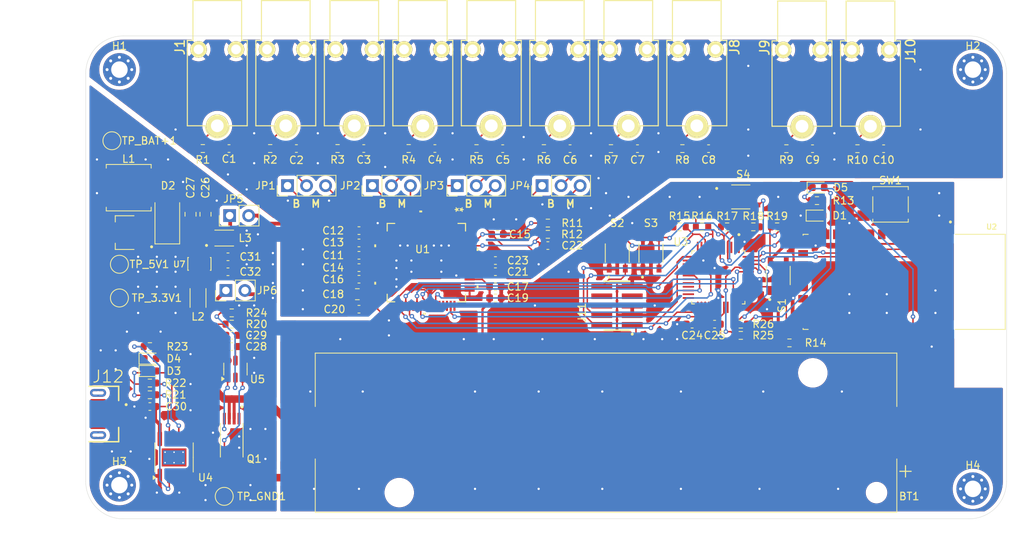
<source format=kicad_pcb>
(kicad_pcb (version 20241229) (generator "pcbnew") (generator_version "9.0")
  (layers (0 "F.Cu" signal) (2 "B.Cu" signal) (13 "F.Paste" user) (15 "B.Paste" user) (5 "F.SilkS" user "F.Silkscreen") (7 "B.SilkS" user "B.Silkscreen") (1 "F.Mask" user) (3 "B.Mask" user) (25 "Edge.Cuts" user))
  (net 0 "")
  (net 1 "/Alimentacion/VOUT+")
  (net 2 "/Alimentacion/V_BAT_N")
  (net 3 "/Adquisicion/E1")
  (net 4 "/Adquisicion/E2")
  (net 5 "/Adquisicion/E3")
  (net 6 "/Adquisicion/E4")
  (net 7 "/Adquisicion/E5")
  (net 8 "/Adquisicion/E6")
  (net 9 "/Adquisicion/E7")
  (net 10 "/Adquisicion/E8")
  (net 11 "/Adquisicion/BIAS_DRV")
  (net 12 "/Adquisicion/IN_REF")
  (net 13 "Net-(J1-Pad1)")
  (net 14 "Net-(J2-Pad1)")
  (net 15 "Net-(J3-Pad1)")
  (net 16 "Net-(J4-Pad1)")
  (net 17 "Net-(J5-Pad1)")
  (net 18 "Net-(J6-Pad1)")
  (net 19 "Net-(J7-Pad1)")
  (net 20 "Net-(J8-Pad1)")
  (net 21 "Net-(J9-Pad1)")
  (net 22 "Net-(J10-Pad1)")
  (net 23 "unconnected-(J11-Pad08)")
  (net 24 "GNDD")
  (net 25 "/CPU/PIO0_03")
  (net 28 "/CPU/PIO0_02")
  (net 29 "/CPU/PIO0_05")
  (net 30 "+3.3V")
  (net 31 "Net-(D2-A)")
  (net 32 "Net-(D4-K)")
  (net 34 "/Alimentacion/V_BUSP")
  (net 35 "Net-(D3-K)")
  (net 36 "Net-(U4-~{STDBY})")
  (net 37 "/Adquisicion/RESET")
  (net 38 "Net-(D1-A)")
  (net 42 "+5V")
  (net 45 "Net-(U1-VCAP4)")
  (net 50 "/Adquisicion/CS{slash}")
  (net 51 "/Adquisicion/PWDN{slash}")
  (net 53 "Net-(U1-VCAP3)")
  (net 54 "Net-(D5-A)")
  (net 55 "/Adquisicion/IN1N")
  (net 56 "/Adquisicion/DRDY{slash}")
  (net 57 "Net-(U1-VCAP1)")
  (net 58 "Net-(U1-BIASINV)")
  (net 61 "/Adquisicion/SCLK")
  (net 62 "Net-(U1-VREFP)")
  (net 64 "Net-(U1-BIASOUT)")
  (net 65 "/Adquisicion/IN2P")
  (net 68 "Net-(U1-VCAP2)")
  (net 69 "/Adquisicion/START")
  (net 80 "Net-(U2-PIO[11])")
  (net 82 "Net-(U2-PIO[8])")
  (net 87 "/CPU/RX_Master")
  (net 90 "unconnected-(U2-SPI_MOSI-Pad17)")
  (net 93 "/CPU/TX_Master")
  (net 100 "/CPU/User_Button")
  (net 101 "/CPU/PIO0_04")
  (net 102 "/CPU/OnOff_LED")
  (net 105 "/CPU/PIO0_12")
  (net 107 "Net-(U4-~{CHRG})")
  (net 115 "Net-(U4-PROG)")
  (net 116 "Net-(U5-CS)")
  (net 117 "Net-(U5-OD)")
  (net 118 "Net-(U5-VCC)")
  (net 120 "Net-(U5-OC)")
  (net 121 "/Adquisicion/IN3N")
  (net 122 "/Adquisicion/IN4P")
  (net 123 "/Adquisicion/IN6P")
  (net 124 "/Adquisicion/IN5N")
  (net 125 "/Adquisicion/IN7N")
  (net 126 "/Adquisicion/IN8P")
  (net 127 "GNDA")
  (net 128 "GNDPWR")
  (net 146 "/CPU/MISO")
  (net 147 "/CPU/MOSI")
  (net 148 "Net-(JP6-A)")
  (net 149 "Net-(U7-VOUT)")
  (net 150 "/Alimentacion/5V_reg")
  (net 151 "Net-(JP5-A)")
  (footprint "TestPoint:TestPoint_Pad_D2.0mm" (layer "F.Cu") (at 80.5 111.5)
    (property "Reference" "TP_3.3V1")
    (property "Value" "TestPoint" (hide yes))
  )
  (footprint "Connector_PinHeader_2.54mm:PinHeader_1x03_P2.54mm_Vertical" (layer "F.Cu") (at 136.96 96.5 90)
    (property "Reference" "JP4")
    (property "Value" "Jumper_3_Open" (hide yes))
  )
  (footprint "Huellas:Jack_TouchProof_1.5mm" (layer "F.Cu") (at 148.473339 83.5 180)
    (property "Reference" "J7" (hide yes))
    (property "Value" "Jack_Touch-Proof" (hide yes))
  )
  (footprint "Capacitor_SMD:C_0603_1608Metric" (layer "F.Cu") (at 95 108)
    (property "Reference" "C32")
    (property "Value" "10u" (hide yes))
  )
  (footprint "Capacitor_SMD:C_0603_1608Metric" (layer "F.Cu") (at 95.5 116.49)
    (property "Reference" "C29")
    (property "Value" "10u" (hide yes))
  )
  (footprint "Fiducial:Fiducial_0.5mm_Mask1mm" (layer "F.Cu") (at 168.5 99)
    (property "Reference" "FID3" (hide yes))
    (property "Value" "Fiducial" (hide yes))
  )
  (footprint "Huellas:GCT_USB3080-XX-00-A_REVE" (layer "F.Cu") (at 77.65 127 -90)
    (property "Reference" "J12")
    (property "Value" "USB3080-XX-00-A_REVE")
    (fp_line (start -3.05 0.55) (end -3.05 -0.55) (stroke (width 0.01)) (layer "Edge.Cuts"))
    (fp_line (start 2.6 0.55) (end 2.6 -0.55) (stroke (width 0.01)) (layer "Edge.Cuts"))
    (fp_line (start -2.6 -0.55) (end -2.6 0.55) (stroke (width 0.01)) (layer "Edge.Cuts"))
    (fp_line (start 3.05 -0.55) (end 3.05 0.55) (stroke (width 0.01)) (layer "Edge.Cuts"))
    (fp_arc (start -2.825 0.775) (mid -2.984099 0.709099) (end -3.05 0.55) (stroke (width 0.01)) (layer "Edge.Cuts"))
    (fp_arc (start 2.825 0.775) (mid 2.665901 0.709099) (end 2.6 0.55) (stroke (width 0.01)) (layer "Edge.Cuts"))
    (fp_arc (start -2.6 0.55) (mid -2.665901 0.709099) (end -2.825 0.775) (stroke (width 0.01)) (layer "Edge.Cuts"))
    (fp_arc (start 3.05 0.55) (mid 2.984099 0.709099) (end 2.825 0.775) (stroke (width 0.01)) (layer "Edge.Cuts"))
    (fp_arc (start -3.05 -0.55) (mid -2.984099 -0.709099) (end -2.825 -0.775) (stroke (width 0.01)) (layer "Edge.Cuts"))
    (fp_arc (start 2.6 -0.55) (mid 2.665901 -0.709099) (end 2.825 -0.775) (stroke (width 0.01)) (layer "Edge.Cuts"))
    (fp_arc (start -2.825 -0.775) (mid -2.665901 -0.709099) (end -2.6 -0.55) (stroke (width 0.01)) (layer "Edge.Cuts"))
    (fp_arc (start 2.825 -0.775) (mid 2.984099 -0.709099) (end 3.05 -0.55) (stroke (width 0.01)) (layer "Edge.Cuts"))
  )
  (footprint "Huellas:SAMTEC_FTSH-105-XX-X-DV" (layer "F.Cu") (at 146.965 112.54 90)
    (property "Reference" "J11")
    (property "Value" "FTSH-105-XX-X-DV")
  )
  (footprint "Capacitor_SMD:C_0603_1608Metric" (layer "F.Cu") (at 112.5 109 180)
    (property "Reference" "C16")
    (property "Value" "1u" (hide yes))
  )
  (footprint "Huellas:Jack_TouchProof_1.5mm" (layer "F.Cu") (at 111.873339 83.5 180)
    (property "Reference" "J3" (hide yes))
    (property "Value" "Jack_Touch-Proof" (hide yes))
  )
  (footprint "Resistor_SMD:R_0603_1608Metric" (layer "F.Cu") (at 168.35 102)
    (property "Reference" "R19")
    (property "Value" "10k" (hide yes))
  )
  (footprint "Huellas:SOP65P640X120-8N" (layer "F.Cu") (at 95.5 130.5 -90)
    (property "Reference" "Q1")
    (property "Value" "FS8205A")
  )
  (footprint "Huellas:QFP50P900X900X160-48N" (layer "F.Cu") (at 160.5 108.75 -90)
    (property "Reference" "U3")
    (property "Value" "LPC845M301JBD48E")
  )
  (footprint "Capacitor_SMD:C_0603_1608Metric" (layer "F.Cu") (at 95.5 117.99 180)
    (property "Reference" "C28")
    (property "Value" "0.1u" (hide yes))
  )
  (footprint "Capacitor_SMD:C_0603_1608Metric" (layer "F.Cu") (at 130.725 107.99)
    (property "Reference" "C21")
    (property "Value" "0.1u" (hide yes))
  )
  (footprint "Capacitor_SMD:C_0603_1608Metric" (layer "F.Cu") (at 140.699044 91.551656)
    (property "Reference" "C6")
    (property "Value" "1n" (hide yes))
  )
  (footprint "Fiducial:Fiducial_0.5mm_Mask1mm" (layer "F.Cu") (at 132 101)
    (property "Reference" "FID2" (hide yes))
    (property "Value" "Fiducial" (hide yes))
  )
  (footprint "Resistor_SMD:R_0603_1608Metric" (layer "F.Cu") (at 165.175 102)
    (property "Reference" "R18")
    (property "Value" "10k" (hide yes))
  )
  (footprint "Capacitor_SMD:C_0603_1608Metric" (layer "F.Cu") (at 159.199044 91.551656)
    (property "Reference" "C8")
    (property "Value" "1n" (hide yes))
  )
  (footprint "Resistor_SMD:R_0603_1608Metric" (layer "F.Cu") (at 95.5 115)
    (property "Reference" "R20")
    (property "Value" "100" (hide yes))
  )
  (footprint "Capacitor_SMD:C_0603_1608Metric" (layer "F.Cu") (at 173.080575 91.563324)
    (property "Reference" "C9")
    (property "Value" "1n" (hide yes))
  )
  (footprint "Capacitor_SMD:C_0603_1608Metric" (layer "F.Cu") (at 112.5 113 180)
    (property "Reference" "C20")
    (property "Value" "1u" (hide yes))
  )
  (footprint "Huellas:CONV_ME2108A33P" (layer "F.Cu") (at 81.397991 102.768048 180)
    (property "Reference" "PS1" (hide yes))
    (property "Value" "ME2108A50P")
  )
  (footprint "Resistor_SMD:R_0603_1608Metric" (layer "F.Cu") (at 173.675 98.5)
    (property "Reference" "R13")
    (property "Value" "2.2k" (hide yes))
  )
  (footprint "Resistor_SMD:R_0603_1608Metric" (layer "F.Cu") (at 84.5725 124.432 180)
    (property "Reference" "R21")
    (property "Value" "1k" (hide yes))
  )
  (footprint "Inductor_SMD:L_Eaton_MCL2012V1" (layer "F.Cu") (at 91 111.5 -90)
    (property "Reference" "L2")
    (property "Value" "HZ0805E601R-10")
  )
  (footprint "Resistor_SMD:R_0603_1608Metric" (layer "F.Cu") (at 119.140199 91.539491)
    (property "Reference" "R4")
    (property "Value" "2.2k" (hide yes))
  )
  (footprint "Capacitor_SMD:C_0603_1608Metric" (layer "F.Cu") (at 131.699044 91.551656)
    (property "Reference" "C5")
    (property "Value" "1n" (hide yes))
  )
  (footprint "Capacitor_SMD:C_0805_2012Metric" (layer "F.Cu") (at 90 100.318048 90)
    (property "Reference" "C27")
    (property "Value" "10u" (hide yes))
  )
  (footprint "Huellas:Jack_TouchProof_1.5mm" (layer "F.Cu") (at 180.823339 83.5625 180)
    (property "Reference" "J10")
    (property "Value" "Jack_Touch-Proof" (hide yes))
  )
  (footprint "Capacitor_SMD:C_0603_1608Metric" (layer "F.Cu") (at 160 115)
    (property "Reference" "C25")
    (property "Value" "0.01u" (hide yes))
  )
  (footprint "Capacitor_SMD:C_0603_1608Metric" (layer "F.Cu") (at 157 115 180)
    (property "Reference" "C24")
    (property "Value" "0.1u" (hide yes))
  )
  (footprint "Resistor_SMD:R_0603_1608Metric" (layer "F.Cu") (at 109.640199 91.539491)
    (property "Reference" "R3")
    (property "Value" "2.2k" (hide yes))
  )
  (footprint "Huellas:Jack_TouchProof_1.5mm" (layer "F.Cu") (at 171.673339 83.5625 180)
    (property "Reference" "J9")
    (property "Value" "Jack_Touch-Proof" (hide yes))
  )
  (footprint "Huellas:Jack_TouchProof_1.5mm" (layer "F.Cu") (at 139.323339 83.5 180)
    (property "Reference" "J6" (hide yes))
    (property "Value" "Jack_Touch-Proof" (hide yes))
  )
  (footprint "Resistor_SMD:R_0603_1608Metric" (layer "F.Cu") (at 84.5725 118)
    (property "Reference" "R23")
    (property "Value" "1.2k" (hide yes))
  )
  (footprint "Huellas:SW_SKRPABE010" (layer "F.Cu") (at 163.5 98)
    (property "Reference" "S4")
    (property "Value" "SKRPABE010" (hide yes))
  )
  (footprint "MountingHole:MountingHole_2.2mm_M2_Pad_Via" (layer "F.Cu") (at 194.5 81)
    (property "Reference" "H2")
    (property "Value" "MountingHole")
  )
  (footprint "Huellas:XCVR_HC-05" (layer "F.Cu") (at 185 109.35 -90)
    (property "Reference" "U2")
    (property "Value" "HC-05")
  )
  (footprint "Package_TO_SOT_SMD:SOT-23-6" (layer "F.Cu") (at 96 121 90)
    (property "Reference" "U5")
    (property "Value" "DW01A")
  )
  (footprint "Huellas:Jack_TouchProof_1.5mm" (layer "F.Cu") (at 130.173339 83.5 180)
    (property "Reference" "J5" (hide yes))
    (property "Value" "Jack_Touch-Proof" (hide yes))
  )
  (footprint "Capacitor_SMD:C_0603_1608Metric" (layer "F.Cu") (at 182.580575 91.563324)
    (property "Reference" "C10")
    (property "Value" "1n" (hide yes))
  )
  (footprint "Huellas:Jack_TouchProof_1.5mm" (layer "F.Cu") (at 121.023339 83.5 180)
    (property "Reference" "J4" (hide yes))
    (property "Value" "Jack_Touch-Proof" (hide yes))
  )
  (footprint "TestPoint:TestPoint_Pad_D2.0mm" (layer "F.Cu") (at 94.5 138)
    (property "Reference" "TP_GND1")
    (property "Value" "TestPoint" (hide yes))
  )
  (footprint "Capacitor_SMD:C_0603_1608Metric" (layer "F.Cu") (at 112.5 104.15 180)
    (property "Reference" "C13")
    (property "Value" "0.1u" (hide yes))
  )
  (footprint "Resistor_SMD:R_0603_1608Metric" (layer "F.Cu") (at 170 117.5 180)
    (property "Reference" "R14")
    (property "Value" "10k" (hide yes))
  )
  (footprint "TestPoint:TestPoint_Pad_D2.0mm" (layer "F.Cu") (at 79.5 90.5)
    (property "Reference" "TP_BAT+1")
    (property "Value" "TestPoint" (hide yes))
  )
  (footprint "Resistor_SMD:R_0603_1608Metric" (layer "F.Cu") (at 95.5 113.49)
    (property "Reference" "R24")
    (property "Value" "1k" (hide yes))
  )
  (footprint "Capacitor_SMD:C_0805_2012Metric" (layer "F.Cu") (at 92 100.318048 90)
    (property "Reference" "C26")
    (property "Value" "10u" (hide yes))
  )
  (footprint "Capacitor_SMD:C_0603_1608Metric" (layer "F.Cu") (at 137.7289 104.5 180)
    (property "Reference" "C22")
    (property "Value" "0.01u" (hide yes))
  )
  (footprint "Huellas:Jack_TouchProof_1.5mm" (layer "F.Cu") (at 102.723339 83.5 180)
    (property "Reference" "J2" (hide yes))
    (property "Value" "Jack_Touch-Proof" (hide yes))
  )
  (footprint "Huellas:SW_SKRPABE010" (layer "F.Cu") (at 147 105.5 90)
    (property "Reference" "S2")
    (property "Value" "SKRPABE010" (hide yes))
  )
  (footprint "Huellas:Jack_TouchProof_1.5mm" (layer "F.Cu") (at 157.623339 83.5 180)
    (property "Reference" "J8")
    (property "Value" "Jack_Touch-Proof" (hide yes))
  )
  (footprint "Capacitor_SMD:C_0603_1608Metric" (layer "F.Cu") (at 130.725 110)
    (property "Reference" "C17")
    (property "Value" "1u" (hide yes))
  )
  (footprint "MountingHole:MountingHole_2.2mm_M2_Pad_Via" (layer "F.Cu") (at 80.5 81)
    (property "Reference" "H1")
    (property "Value" "MountingHole")
  )
  (footprint "Huellas:SW_SKRPABE010" (layer "F.Cu") (at 151.5 105.5 90)
    (property "Reference" "S3")
    (property "Value" "SKRPABE010" (hide yes))
  )
  (footprint "Resistor_SMD:R_0603_1608Metric" (layer "F.Cu") (at 137.199044 91.551656)
    (property "Reference" "R6")
    (property "Value" "2.2k" (hide yes))
  )
  (footprint "Capacitor_SMD:C_0603_1608Metric" (layer "F.Cu") (at 112.5 105.8 180)
    (property "Reference" "C11")
    (property "Value" "10u" (hide yes))
  )
  (footprint "Button_Switch_SMD:SW_SPST_TL3305A" (layer "F.Cu") (at 183.5 99)
    (property "Reference" "SW1")
    (property "Value" "SW_Push" (hide yes))
  )
  (footprint "Resistor_SMD:R_0603_1608Metric" (layer "F.Cu") (at 155.699044 91.551656)
    (property "Reference" "R8")
    (property "Value" "2.2k" (hide yes))
  )
  (footprint "Resistor_SMD:R_0603_1608Metric" (layer "F.Cu") (at 91.640199 91.539491)
    (property "Reference" "R1")
    (property "Value" "2.2k" (hide yes))
  )
  (footprint "Resistor_SMD:R_0603_1608Metric" (layer "F.Cu") (at 169.591101 91.563324)
    (property "Reference" "R9")
    (property "Value" "2.2k" (hide yes))
  )
  (footprint "LED_SMD:LED_0603_1608Metric" (layer "F.Cu") (at 84.6125 119.608)
    (property "Reference" "D4")
    (property "Value" "LED" (hide yes))
  )
  (footprint "Capacitor_SMD:C_0603_1608Metric" (layer "F.Cu") (at 95 106)
    (property "Reference" "C31")
    (property "Value" "10u" (hide yes))
  )
  (footprint "Capacitor_SMD:C_0603_1608Metric" (layer "F.Cu") (at 149.699044 91.551656)
    (property "Reference" "C7")
    (property "Value" "1n" (hide yes))
  )
  (footprint "Capacitor_SMD:C_0603_1608Metric" (layer "F.Cu") (at 104.140199 91.539491)
    (property "Reference" "C2")
    (property "Value" "1n" (hide yes))
  )
  (footprint "MountingHole:MountingHole_2.2mm_M2_Pad_Via" (layer "F.Cu") (at 194.5 137)
    (property "Reference" "H4")
    (property "Value" "MountingHole")
  )
  (footprint "Inductor_SMD:L_Coilcraft_XAL5030-XXX" (layer "F.Cu") (at 81.742991 96.768048)
    (property "Reference" "L1")
    (property "Value" "22u" (hide yes))
  )
  (footprint "Connector_PinHeader_2.54mm:PinHeader_1x02_P2.54mm_Vertical" (layer "F.Cu") (at 94.725 110.5 90)
    (property "Reference" "JP6")
    (property "Value" "Jumper_2_Open" (hide yes))
  )
  (footprint "Resistor_SMD:R_0603_1608Metric" (layer "F.Cu") (at 155.325 102)
    (property "Reference" "R15")
    (property "Value" "10k" (hide yes))
  )
  (footprint "Connector_PinHeader_2.54mm:PinHeader_1x03_P2.54mm_Vertical" (layer "F.Cu") (at 102.96 96.5 90)
    (property "Reference" "JP1")
    (property "Value" "Jumper_3_Open" (hide yes))
  )
  (footprint "Resistor_SMD:R_0603_1608Metric" (layer "F.Cu") (at 128.199044 91.551656)
    (property "Reference" "R5")
    (property "Value" "2.2k" (hide yes))
  )
  (footprint "Resistor_SMD:R_0603_1608Metric" (layer "F.Cu") (at 163.5 116.5 180)
    (property "Reference" "R25")
    (property "Value" "10k" (hide yes))
  )
  (footprint "Resistor_SMD:R_0603_1608Metric" (layer "F.Cu") (at 137.7289 101.5)
    (property "Reference" "R11")
    (property "Value" "0" (hide yes))
  )
  (footprint "MountingHole:MountingHole_2.2mm_M2_Pad_Via" (layer "F.Cu") (at 80.5 136.5)
    (property "Reference" "H3")
    (property "Value" "MountingHole" (hide yes))
  )
  (footprint "Huellas:SOT95P285X140-5N" (layer "F.Cu") (at 91.185 106.95 -90)
    (property "Reference" "U7")
    (property "Value" "AP2112K-3.3TRG1" (hide yes))
  )
  (footprint "Resistor_SMD:R_0603_1608Metric" (layer "F.Cu") (at 137.7289 103 180)
    (property "Reference" "R12")
    (property "Value" "390k" (hide yes))
  )
  (footprint "LED_SMD:LED_0603_1608Metric" (layer "F.Cu") (at 173.715 100.5)
    (property "Reference" "D1")
    (property "Value" "LED" (hide yes))
  )
  (footprint "Capacitor_SMD:C_0603_1608Metric" (layer "F.Cu") (at 130.725 106.5)
    (property "Reference" "C23")
    (property "Value" "1u" (hide yes))
  )
  (footprint "TestPoint:TestPoint_Pad_D2.0mm" (layer "F.Cu") (at 80.5 107)
    (property "Reference" "TP_5V1")
    (property "Value" "TestPoint" (hide yes))
  )
  (footprint "Huellas:Jack_TouchProof_1.5mm" (layer "F.Cu") (at 93.573339 83.5 180)
    (property "Reference" "J1")
    (property "Value" "Jack_Touch-Proof" (hide yes))
  )
  (footprint "Resistor_SMD:R_0603_1608Metric" (layer "F.Cu") (at 158.325 102)
    (property "Reference" "R16")
    (property "Value" "10k" (hide yes))
  )
  (footprint "Capacitor_SMD:C_0603_1608Metric" (layer "F.Cu") (at 84.5725 126 180)
    (property "Reference" "C30")
    (property "Value" "0.1u" (hide yes))
  )
  (footprint "Resistor_SMD:R_0603_1608Metric" (layer "F.Cu") (at 84.5725 122.864 180)
    (property "Reference" "R22")
    (property "Value" "1k" (hide yes))
  )
  (footprint "Diode_SMD:D_SMA" (layer "F.Cu") (at 86.897991 100.768048 90)
    (property "Reference" "D2")
    (property "Value" "D_Schottky" (hide yes))
  )
  (footprint "Resistor_SMD:R_0603_1608Metric" (layer "F.Cu") (at 163.5 115)
    (property "Reference" "R26")
    (property "Value" "1.2k" (hide yes))
  )
  (footprint "LED_SMD:LED_0603_1608Metric" (layer "F.Cu") (at 173.85 96.75)
    (property "Reference" "D5")
    (property "Value" "LED" (hide yes))
  )
  (footprint "Capacitor_SMD:C_0603_1608Metric" (layer "F.Cu") (at 130.725 111.5)
    (property "Reference" "C19")
    (property "Value" "0.1u" (hide yes))
  )
  (footprint "Inductor_SMD:L_Eaton_MCL2012V1" (layer "F.Cu") (at 94.5 103.5)
    (property "Reference" "L3")
    (property "Value" "HZ0805E601R-10" (hide yes))
  )
  (footprint "Capacitor_SMD:C_0805_2012Metric" (layer "F.Cu") (at 112.28 111 180)
    (property "Reference" "C18")
    (property "Value" "100u" (hide yes))
  )
  (footprint "Resistor_SMD:R_0603_1608Metric" (layer "F.Cu") (at 100.640199 91.539491)
    (property "Reference" "R2")
    (property "Value" "2.2k" (hide yes))
  )
  (footprint "Huellas:PAG64_TEX" (layer "F.Cu") (at 121.5 106.7785 -90)
    (property "Reference" "U1")
    (property "Value" "ADS1299")
  )
  (footprint "Resistor_SMD:R_0603_1608Metric" (layer "F.Cu") (at 179.080575 91.563324)
    (property "Reference" "R10")
    (property "Value" "2.2k" (hide yes))
  )
  (footprint "Capacitor_SMD:C_0603_1608Metric" (layer "F.Cu") (at 122.640199 91.539491)
    (property "Reference" "C4")
    (property "Value" "1n" (hide yes))
  )
  (footprint "Capacitor_SMD:C_0603_1608Metric" (layer "F.Cu") (at 131 103)
    (property "Reference" "C15")
    (property "Value" "10u" (hide yes))
  )
  (footprint "Capacitor_SMD:C_0603_1608Metric" (layer "F.Cu") (at 112.5 107.45 180)
    (property "Reference" "C14")
    (property "Value" "0.1u" (hide yes))
  )
  (footprint "Connector_PinHeader_2.54mm:PinHeader_1x03_P2.54mm_Vertical" (layer "F.Cu") (at 114.293333 96.5 90)
    (property "Reference" "JP2")
    (property "Value" "Jumper_3_Open" (hide yes))
  )
  (footprint "Package_SO:SOIC-8-1EP_3.9x4.9mm_P1.27mm_EP2.41x3.3mm_ThermalVias" (layer "F.Cu") (at 87.8 132.8 90)
    (property "Reference" "U4")
    (property "Value" "TP4056-42-ESOP8")
  )
  (footprint "Resistor_SMD:R_0603_1608Metric" (layer "F.Cu") (at 146.156939 91.551656)
    (property "Reference" "R7")
    (property "Value" "2.2k" (hide yes))
  )
  (footprint "Fiducial:Fiducial_0.5mm_Mask1mm" (layer "F.Cu") (at 114.5 115)
    (property "Reference" "FID1" (hide yes))
    (property "Value" "Fiducial" (hide yes))
  )
  (footprint "Connector_PinHeader_2.54mm:PinHeader_1x03_P2.54mm_Vertical" (layer "F.Cu") (at 125.626667 96.5 90)
    (property "Reference" "JP3")
    (property "Value" "Jumper_3_Open" (hide yes))
  )
  (footprint "Capacitor_SMD:C_0603_1608Metric" (layer "F.Cu") (at 112.5 102.5 180)
    (property "Reference" "C12")
    (property "Value" "1u" (hide yes))
  )
  (footprint "Resistor_SMD:R_0603_1608Metric" (layer "F.Cu") (at 161.675 102)
    (property "Reference" "R17")
    (property "Value" "10k" (hide yes))
  )
  (footprint "Capacitor_SMD:C_0603_1608Metric" (layer "F.Cu") (at 95.140199 91.539491)
    (property "Reference" "C1")
    (property "Value" "1n" (hide yes))
  )
  (footprint "Battery:BatteryHolder_Keystone_1042_1x18650" (layer "F.Cu") (at 145.5 129.5 180)
    (property "Reference" "BT1")
    (property "Value" "Battery_Cell")
  )
  (footprint "Huellas:SW_SKRPABE010" (layer "F.Cu") (at 168.5 108.5 90)
    (property "Reference" "S1")
    (property "Value" "SKRPABE010" (hide yes))
  )
  (footprint "LED_SMD:LED_0603_1608Metric" (layer "F.Cu") (at 84.6125 121.256)
    (property "Reference" "D3")
    (property "Value" "LED" (hide yes))
  )
  (footprint "Connector_PinHeader_2.54mm:PinHeader_1x02_P2.54mm_Vertical" (layer "F.Cu") (at 95.225 100.5 90)
    (property "Reference" "JP5")
    (property "Value" "Jumper_2_Open" (hide yes))
  )
  (footprint "Capacitor_SMD:C_0603_1608Metric" (layer "F.Cu") (at 113.140199 91.539491)
    (property "Reference" "C3")
    (property "Value" "1n" (hide yes))
  )
  (footprint "NetTie:NetTie-2_SMD_Pad2.0mm" (layer "B.Cu") (at 102.5 103)
    (property "Reference" "NT1" (hide yes))
    (property "Value" "NetTie_2" (hide yes))
  )
  (footprint "NetTie:NetTie-2_SMD_Pad2.0mm" (layer "B.Cu") (at 102 115.5)
    (property "Reference" "NT2" (hide yes))
    (property "Value" "NetTie_2" (hide yes))
  )
  (gr_line (start 199 81.5) (end 199 136) (stroke (width 0.05)) (layer "Edge.Cuts"))
  (gr_arc (start 194 76.5) (mid 197.535534 77.964466) (end 199 81.5) (stroke (width 0.05)) (layer "Edge.Cuts"))
  (gr_arc (start 81 141) (mid 77.464466 139.535534) (end 76 136) (stroke (width 0.05)) (layer "Edge.Cuts"))
  (gr_arc (start 199 136) (mid 197.535534 139.535534) (end 194 141) (stroke (width 0.05)) (layer "Edge.Cuts"))
  (gr_line (start 76 136) (end 76 81.5) (stroke (width 0.05)) (layer "Edge.Cuts"))
  (gr_line (start 81 76.5) (end 194 76.5) (stroke (width 0.05)) (layer "Edge.Cuts"))
  (gr_line (start 194 141) (end 81 141) (stroke (width 0.05)) (layer "Edge.Cuts"))
  (gr_arc (start 76 81.5) (mid 77.464466 77.964466) (end 81 76.5) (stroke (width 0.05)) (layer "Edge.Cuts"))
  (gr_text "B  M" (at 137.5 99.5 0) (layer "F.SilkS") (effects (font (size 1 1) (thickness 0.2) (bold yes)) (justify left bottom)))
  (gr_text "B  M" (at 115 99.5 0) (layer "F.SilkS") (effects (font (size 1 1) (thickness 0.2) (bold yes)) (justify left bottom)))
  (gr_text "B  M" (at 103.5 99.5 0) (layer "F.SilkS") (effects (font (size 1 1) (thickness 0.2) (bold yes)) (justify left bottom)))
  (gr_text "B  M" (at 126.5 99.5 0) (layer "F.SilkS") (effects (font (size 1 1) (thickness 0.2) (bold yes)) (justify left bottom)))
  (segment (start 92.51 116.49) (end 92 117) (width 0.2) (layer "F.Cu") (net 1))
  (segment (start 78 98.856039) (end 80.087991 96.768048) (width 0.5) (layer "F.Cu") (net 1))
  (segment (start 92 128.03) (end 92 118.5) (width 0.5) (layer "F.Cu") (net 1))
  (segment (start 92 115.5) (end 91 114.5) (width 0.5) (layer "F.Cu") (net 1))
  (segment (start 91 114.5) (end 79 114.5) (width 0.5) (layer "F.Cu") (net 1))
  (segment (start 80.19 94.69) (end 80.19 96.666039) (width 0.2) (layer "F.Cu") (net 1))
  (segment (start 94.675 115) (end 92.5 115) (width 0.2) (layer "F.Cu") (net 1))
  (segment (start 121 129.5) (end 185.19 129.5) (width 1) (layer "F.Cu") (net 1))
  (segment (start 92 117.5) (end 92 117) (width 0.5) (layer "F.Cu") (net 1))
  (segment (start 93.5 135.5) (end 115 135.5) (width 1) (layer "F.Cu") (net 1))
  (segment (start 92 118.5) (end 92 117.5) (width 0.5) (layer "F.Cu") (net 1))
  (segment (start 89.705 130.325) (end 91.325 130.325) (width 1) (layer "F.Cu") (net 1))
  (segment (start 79 114.5) (end 78 113.5) (width 0.5) (layer "F.Cu") (net 1))
  (segment (start 94.725 116.49) (end 92.51 116.49) (width 0.2) (layer "F.Cu") (net 1))
  (segment (start 92.5 131.5) (end 92.5 134.5) (width 1) (layer "F.Cu") (net 1))
  (segment (start 89.705 130.325) (end 92 128.03) (width 0.5) (layer "F.Cu") (net 1))
  (segment (start 92 117) (end 92 115.5) (width 0.5) (layer "F.Cu") (net 1))
  (segment (start 92.5 115) (end 92 115.5) (width 0.2) (layer "F.Cu") (net 1))
  (segment (start 78 113.5) (end 78 98.856039) (width 0.5) (layer "F.Cu") (net 1))
  (segment (start 80.19 96.666039) (end 80.087991 96.768048) (width 0.2) (layer "F.Cu") (net 1))
  (segment (start 80.087991 96.768048) (end 80.087991 91.087991) (width 0.2) (layer "F.Cu") (net 1))
  (segment (start 91.325 130.325) (end 92.5 131.5) (width 1) (layer "F.Cu") (net 1))
  (segment (start 80.087991 91.087991) (end 79.5 90.5) (width 0.2) (layer "F.Cu") (net 1))
  (segment (start 92.5 134.5) (end 93.5 135.5) (width 1) (layer "F.Cu") (net 1))
  (segment (start 115 135.5) (end 121 129.5) (width 1) (layer "F.Cu") (net 1))
  (segment (start 104.5 129.5) (end 105.81 129.5) (width 1) (layer "F.Cu") (net 2))
  (segment (start 95.175 125.325) (end 95.5 125) (width 0.2) (layer "F.Cu") (net 2))
  (segment (start 93.5 119.215) (end 94.725 117.99) (width 1) (layer "F.Cu") (net 2))
  (segment (start 94.6 118.115) (end 94.725 117.99) (width 0.5) (layer "F.Cu") (net 2))
  (segment (start 93.5 119.215) (end 94.1475 119.8625) (width 1) (layer "F.Cu") (net 2))
  (segment (start 95.5 125) (end 94.5 125) (width 1) (layer "F.Cu") (net 2))
  (segment (start 100 125) (end 95.5 125) (width 1) (layer "F.Cu") (net 2))
  (segment (start 94.1475 119.8625) (end 94.999 119.8625) (width 1) (layer "F.Cu") (net 2))
  (segment (start 94.5 125) (end 93.5 124) (width 1) (layer "F.Cu") (net 2))
  (segment (start 95.825 127.62) (end 95.825 125.325) (width 0.4) (layer "F.Cu") (net 2))
  (segment (start 95.175 127.62) (end 95.175 125.325) (width 0.4) (layer "F.Cu") (net 2))
  (segment (start 107.81 129.5) (end 104.5 129.5) (width 0.2) (layer "F.Cu") (net 2))
  (segment (start 93.5 124) (end 93.5 119.215) (width 1) (layer "F.Cu") (net 2))
  (segment (start 95.825 125.325) (end 95.5 125) (width 0.2) (layer "F.Cu") (net 2))
  (segment (start 100 125) (end 104.5 129.5) (width 1) (layer "F.Cu") (net 2))
  (segment (start 106.81 128.5) (end 107.81 129.5) (width 0.2) (layer "F.Cu") (net 2))
  (segment (start 117.75 100.1523) (end 117.75 101) (width 0.2) (layer "F.Cu") (net 3))
  (segment (start 93.5 91.539491) (end 94.365199 91.539491) (width 0.2) (layer "F.Cu") (net 3))
  (segment (start 94.365199 91.539491) (end 94.539491 91.539491) (width 0.2) (layer "F.Cu") (net 3))
  (segment (start 103 100) (end 117.5977 100) (width 0.2) (layer "F.Cu") (net 3))
  (segment (start 92.465199 91.539491) (end 93.5 91.539491) (width 0.2) (layer "F.Cu") (net 3))
  (segment (start 117.5977 100) (end 117.75 100.1523) (width 0.2) (layer "F.Cu") (net 3))
  (segment (start 94.539491 91.539491) (end 103 100) (width 0.2) (layer "F.Cu") (net 3))
  (segment (start 101.465199 91.539491) (end 103.365199 91.539491) (width 0.2) (layer "F.Cu") (net 4))
  (segment (start 105.5 96.5) (end 103.365199 94.365199) (width 0.2) (layer "F.Cu") (net 4))
  (segment (start 103.365199 94.365199) (end 103.365199 91.539491) (width 0.2) (layer "F.Cu") (net 4))
  (segment (start 119.750001 99.750001) (end 119.750001 101) (width 0.2) (layer "F.Cu") (net 5))
  (segment (start 112.365199 91.539491) (end 112.365199 97.865199) (width 0.2) (layer "F.Cu") (net 5))
  (segment (start 118.5 98.5) (end 119.750001 99.750001) (width 0.2) (layer "F.Cu") (net 5))
  (segment (start 113 98.5) (end 118.5 98.5) (width 0.2) (layer "F.Cu") (net 5))
  (segment (start 110.465199 91.539491) (end 112.365199 91.539491) (width 0.2) (layer "F.Cu") (net 5))
  (segment (start 112.365199 97.865199) (end 113 98.5) (width 0.2) (layer "F.Cu") (net 5))
  (segment (start 119.965199 91.539491) (end 119.965199 93.368134) (width 0.2) (layer "F.Cu") (net 6))
  (segment (start 119.965199 91.539491) (end 121.865199 91.539491) (width 0.2) (layer "F.Cu") (net 6))
  (segment (start 119.965199 93.368134) (end 116.833333 96.5) (width 0.2) (layer "F.Cu") (net 6))
  (segment (start 124 95) (end 121.75 97.25) (width 0.2) (layer "F.Cu") (net 7))
  (segment (start 125.5757 95) (end 124 95) (width 0.2) (layer "F.Cu") (net 7))
  (segment (start 130.924044 91.551656) (end 129.024044 91.551656) (width 0.2) (layer "F.Cu") (net 7))
  (segment (start 129.024044 91.551656) (end 125.5757 95) (width 0.2) (layer "F.Cu") (net 7))
  (segment (start 121.75 97.25) (end 121.75 101) (width 0.2) (layer "F.Cu") (net 7))
  (segment (start 134.5757 95) (end 129.666667 95) (width 0.2) (layer "F.Cu") (net 8))
  (segment (start 129.666667 95) (end 128.166667 96.5) (width 0.2) (layer "F.Cu") (net 8))
  (segment (start 138.024044 91.551656) (end 139.924044 91.551656) (width 0.2) (layer "F.Cu") (net 8))
  (segment (start 138.024044 91.551656) (end 134.5757 95) (width 0.2) (layer "F.Cu") (net 8))
  (segment (start 144.533595 94) (end 136.5 94) (width 0.2) (layer "F.Cu") (net 9))
  (segment (start 132 98.5) (end 124.5 98.5) (width 0.2) (layer "F.Cu") (net 9))
  (segment (start 136.5 94) (end 132 98.5) (width 0.2) (layer "F.Cu") (net 9))
  (segment (start 124.5 98.5) (end 123.750001 99.249999) (width 0.2) (layer "F.Cu") (net 9))
  (segment (start 146.981939 91.551656) (end 144.533595 94) (width 0.2) (layer "F.Cu") (net 9))
  (segment (start 123.750001 99.249999) (end 123.750001 101) (width 0.2) (layer "F.Cu") (net 9))
  (segment (start 146.981939 91.551656) (end 148.924044 91.551656) (width 0.2) (layer "F.Cu") (net 9))
  (segment (start 139.5 96.5) (end 141.5 94.5) (width 0.2) (layer "F.Cu") (net 10))
  (segment (start 156.524044 91.551656) (end 158.424044 91.551656) (width 0.2) (layer "F.Cu") (net 10))
  (segment (start 141.5 94.5) (end 150 94.5) (width 0.2) (layer "F.Cu") (net 10))
  (segment (start 151 93.5) (end 150 94.5) (width 0.2) (layer "F.Cu") (net 10))
  (segment (start 156.524044 91.551656) (end 154.5757 93.5) (width 0.2) (layer "F.Cu") (net 10))
  (segment (start 154.5757 93.5) (end 151 93.5) (width 0.2) (layer "F.Cu") (net 10))
  (segment (start 138.5539 103) (end 138.5539 104.45) (width 0.2) (layer "F.Cu") (net 11))
  (segment (start 138.5539 104.45) (end 138.5039 104.5) (width 0.2) (layer "F.Cu") (net 11))
  (segment (start 146 95.5) (end 140 101.5) (width 0.2) (layer "F.Cu") (net 11))
  (segment (start 152 94) (end 150.5 95.5) (width 0.2) (layer "F.Cu") (net 11))
  (segment (start 167.979425 94) (end 152 94) (width 0.2) (layer "F.Cu") (net 11))
  (segment (start 170.416101 91.563324) (end 167.979425 94) (width 0.2) (layer "F.Cu") (net 11))
  (segment (start 150.5 95.5) (end 146 95.5) (width 0.2) (layer "F.Cu") (net 11))
  (segment (start 170.416101 91.563324) (end 172.305575 91.563324) (width 0.2) (layer "F.Cu") (net 11))
  (segment (start 138.5539 101.5) (end 138.5539 103) (width 0.2) (layer "F.Cu") (net 11))
  (segment (start 140 101.5) (end 138.5539 101.5) (width 0.2) (layer "F.Cu") (net 11))
  (segment (start 125.4715 103.0285) (end 127 101.5) (width 0.2) (layer "F.Cu") (net 12))
  (segment (start 139.338506 105.276) (end 135.776 105.276) (width 0.2) (layer "F.Cu") (net 12))
  (segment (start 179.905575 91.563324) (end 181.805575 91.563324) (width 0.2) (layer "F.Cu") (net 12))
  (segment (start 128.725 101.5) (end 130.225 103) (width 0.2) (layer "F.Cu") (net 12))
  (segment (start 131.725 104.5) (end 130.225 103) (width 0.2) (layer "F.Cu") (net 12))
  (segment (start 135.776 105.276) (end 135 104.5) (width 0.2) (layer "F.Cu") (net 12))
  (segment (start 127 101.5) (end 128.725 101.5) (width 0.2) (layer "F.Cu") (net 12))
  (segment (start 115.7215 103.0285) (end 125.4715 103.0285) (width 0.2) (layer "F.Cu") (net 12))
  (segment (start 176.468899 95) (end 152.5 95) (width 0.2) (layer "F.Cu") (net 12))
  (segment (start 147.5 97.114506) (end 139.338506 105.276) (width 0.2) (layer "F.Cu") (net 12))
  (segment (start 135 104.5) (end 131.725 104.5) (width 0.2) (layer "F.Cu") (net 12))
  (segment (start 147.5 97) (end 147.5 97.114506) (width 0.2) (layer "F.Cu") (net 12))
  (segment (start 150.5 97) (end 147.5 97) (width 0.2) (layer "F.Cu") (net 12))
  (segment (start 152.5 95) (end 150.5 97) (width 0.2) (layer "F.Cu") (net 12))
  (segment (start 179.905575 91.563324) (end 176.468899 95) (width 0.2) (layer "F.Cu") (net 12))
  (segment (start 93.573339 88.5) (end 90.815199 91.25814) (width 0.2) (layer "F.Cu") (net 13))
  (segment (start 90.815199 91.25814) (end 90.815199 91.539491) (width 0.2) (layer "F.Cu") (net 13))
  (segment (start 102.723339 88.5) (end 99.815199 91.40814) (width 0.2) (layer "F.Cu") (net 14))
  (segment (start 99.815199 91.40814) (end 99.815199 91.539491) (width 0.2) (layer "F.Cu") (net 14))
  (segment (start 111.873339 88.5) (end 108.833848 91.539491) (width 0.2) (layer "F.Cu") (net 15))
  (segment (start 108.833848 91.539491) (end 108.815199 91.539491) (width 0.2) (layer "F.Cu") (net 15))
  (segment (start 118.315199 91.20814) (end 118.315199 91.539491) (width 0.2) (layer "F.Cu") (net 16))
  (segment (start 121.023339 88.5) (end 118.315199 91.20814) (width 0.2) (layer "F.Cu") (net 16))
  (segment (start 130.173339 88.5) (end 127.374044 91.299295) (width 0.2) (layer "F.Cu") (net 17))
  (segment (start 127.374044 91.299295) (end 127.374044 91.551656) (width 0.2) (layer "F.Cu") (net 17))
  (segment (start 136.374044 91.449295) (end 136.374044 91.551656) (width 0.2) (layer "F.Cu") (net 18))
  (segment (start 139.323339 88.5) (end 136.374044 91.449295) (width 0.2) (layer "F.Cu") (net 18))
  (segment (start 145.421683 91.551656) (end 145.331939 91.551656) (width 0.2) (layer "F.Cu") (net 19))
  (segment (start 148.473339 88.5) (end 145.421683 91.551656) (width 0.2) (layer "F.Cu") (net 19))
  (segment (start 157.623339 88.5) (end 154.874044 91.249295) (width 0.2) (layer "F.Cu") (net 20))
  (segment (start 154.874044 91.249295) (end 154.874044 91.551656) (width 0.2) (layer "F.Cu") (net 20))
  (segment (start 168.674329 91.376974) (end 168.766101 91.468746) (width 0.2) (layer "F.Cu") (net 21))
  (segment (start 171.673339 88.5625) (end 168.766101 91.469738) (width 0.2) (layer "F.Cu") (net 21))
  (segment (start 168.766101 91.468746) (end 168.766101 91.563324) (width 0.2) (layer "F.Cu") (net 21))
  (segment (start 168.766101 91.469738) (end 168.766101 91.563324) (width 0.2) (layer "F.Cu") (net 21))
  (segment (start 180.823339 88.5625) (end 178.255575 91.130264) (width 0.2) (layer "F.Cu") (net 22))
  (segment (start 178.255575 91.130264) (end 178.255575 91.563324) (width 0.2) (layer "F.Cu") (net 22))
  (segment (start 145.43 111.31) (end 144.31 111.31) (width 0.2) (layer "F.Cu") (net 23))
  (segment (start 144.405 111.31) (end 145.43 111.31) (width 0.2) (layer "F.Cu") (net 23))
  (segment (start 160.5 111.5) (end 160.25 111.75) (width 0.2) (layer "F.Cu") (net 24))
  (segment (start 123.5285 110.5285) (end 123.075029 110.075029) (width 0.2) (layer "F.Cu") (net 24))
  (segment (start 160.75 111.75) (end 160.5 111.5) (width 0.2) (layer "F.Cu") (net 24))
  (segment (start 123.075029 110.075029) (end 121.75 111.400057) (width 0.2) (layer "F.Cu") (net 24))
  (segment (start 160.775 116.225) (end 160.5 116.5) (width 0.2) (layer "F.Cu") (net 24))
  (segment (start 114.7474 110.0878) (end 114.806699 110.028501) (width 0.2) (layer "F.Cu") (net 24))
  (segment (start 160.75 112.75) (end 160.75 111.75) (width 0.2) (layer "F.Cu") (net 24))
  (segment (start 115 112.5) (end 114.7474 112.2474) (width 0.2) (layer "F.Cu") (net 24))
  (segment (start 121.75 110.888125) (end 121.257892 110.396017) (width 0.2) (layer "F.Cu") (net 24))
  (segment (start 121.257892 110.396017) (end 118.75404 110.396017) (width 0.2) (layer "F.Cu") (net 24))
  (segment (start 115 112.5) (end 115 113) (width 0.2) (layer "F.Cu") (net 24))
  (segment (start 160.25 111.75) (end 160.25 112.75) (width 0.2) (layer "F.Cu") (net 24))
  (segment (start 121.75 111.400057) (end 121.75 112.557) (width 0.2) (layer "F.Cu") (net 24))
  (segment (start 117.75 113.25) (end 117 114) (width 0.2) (layer "F.Cu") (net 24))
  (segment (start 172.9275 100.5) (end 171.5 100.5) (width 0.2) (layer "F.Cu") (net 24))
  (segment (start 114.806699 110.028501) (end 115.7215 110.028501) (width 0.2) (layer "F.Cu") (net 24))
  (segment (start 149.5 112.58) (end 150.525 112.58) (width 0.2) (layer "F.Cu") (net 24))
  (segment (start 160.775 115) (end 160.775 116.225) (width 0.2) (layer "F.Cu") (net 24))
  (segment (start 127.2785 109.5285) (end 123.621557 109.5285) (width 0.2) (layer "F.Cu") (net 24))
  (segment (start 117.75 111.400057) (end 117.75 112.557) (width 0.2) (layer "F.Cu") (net 24))
  (segment (start 127.2785 110.5285) (end 127.2785 111.2785) (width 0.2) (layer "F.Cu") (net 24))
  (segment (start 127.2785 111.2785) (end 127.5 111.5) (width 0.2) (layer "F.Cu") (net 24))
  (segment (start 121.75 111.400057) (end 121.75 110.888125) (width 0.2) (layer "F.Cu") (net 24))
  (segment (start 118.75404 110.396017) (end 117.75 111.400057) (width 0.2) (layer "F.Cu") (net 24))
  (segment (start 172.25 96.75) (end 172 97) (width 0.2) (layer "F.Cu") (net 24))
  (segment (start 165.5 109.5) (end 166 109) (width 0.2) (layer "F.Cu") (net 24))
  (segment (start 173.0625 96.75) (end 172.25 96.75) (width 0.2) (layer "F.Cu") (net 24))
  (segment (start 164.5 109.5) (end 165.5 109.5) (width 0.2) (layer "F.Cu") (net 24))
  (segment (start 115 113) (end 116 114) (width 0.2) (layer "F.Cu") (net 24))
  (segment (start 160.5 111.5) (end 160.5 110.5) (width 0.2) (layer "F.Cu") (net 24))
  (segment (start 127.2785 110.5285) (end 123.5285 110.5285) (width 0.2) (layer "F.Cu") (net 24))
  (segment (start 117.75 112.557) (end 117.75 113.25) (width 0.2) (layer "F.Cu") (net 24))
  (segment (start 114.7474 112.2474) (end 114.7474 110.0878) (width 0.2) (layer "F.Cu") (net 24))
  (segment (start 123.621557 109.5285) (end 123.075029 110.075029) (width 0.2) (layer "F.Cu") (net 24))
  (via (at 144 117) (size 0.6) (drill 0.3) (layers "F.Cu" "B.Cu") (net 24))
  (via (at 126.5 117) (size 0.6) (drill 0.3) (layers "F.Cu" "B.Cu") (net 24))
  (via (at 183 113.5) (size 0.6) (drill 0.3) (layers "F.Cu" "B.Cu") (net 24))
  (via (at 160.5 111.5) (size 0.6) (drill 0.3) (layers "F.Cu" "B.Cu") (net 24))
  (via (at 110 117) (size 0.6) (drill 0.3) (layers "F.Cu" "B.Cu") (net 24))
  (via (at 149 101.5) (size 0.6) (drill 0.3) (layers "F.Cu" "B.Cu") (net 24))
  (via (at 113 124) (size 0.6) (drill 0.3) (layers "F.Cu" "B.Cu") (net 24))
  (via (at 166 137) (size 0.6) (drill 0.3) (layers "F.Cu" "B.Cu") (net 24))
  (via (at 177 124) (size 0.6) (drill 0.3) (layers "F.Cu" "B.Cu") (net 24))
  (via (at 190 100.5) (size 0.6) (drill 0.3) (layers "F.Cu" "B.Cu") (net 24))
  (via (at 140.5 108) (size 0.6) (drill 0.3) (layers "F.Cu" "B.Cu") (net 24))
  (via (at 154 98) (size 0.6) (drill 0.3) (layers "F.Cu" "B.Cu") (net 24))
  (via (at 152 112.5) (size 0.6) (drill 0.3) (layers "F.Cu" "B.Cu") (net 24))
  (via (at 160 107.5) (size 0.6) (drill 0.3) (layers "F.Cu" "B.Cu") (net 24))
  (via (at 112.5 137) (size 0.6) (drill 0.3) (layers "F.Cu" "B.Cu") (net 24))
  (via (at 155.5 137) (size 0.6) (drill 0.3) (layers "F.Cu" "B.Cu") (net 24))
  (via (at 136.5 124) (size 0.6) (drill 0.3) (layers "F.Cu" "B.Cu") (net 24))
  (via (at 128 124) (size 0.6) (drill 0.3) (layers "F.Cu" "B.Cu") (net 24))
  (via (at 176.5 137) (size 0.6) (drill 0.3) (layers "F.Cu" "B.Cu") (net 24))
  (via (at 178 111) (size 0.6) (drill 0.3) (layers "F.Cu" "B.Cu") (net 24))
  (via (at 166 109) (size 0.6) (drill 0.3) (layers "F.Cu" "B.Cu") (net 24))
  (via (at 189 118) (size 0.6) (drill 0.3) (layers "F.Cu" "B.Cu") (net 24))
  (via (at 136 112.5) (size 0.6) (drill 0.3) (layers "F.Cu" "B.Cu") (net 24))
  (via (at 190 97.5) (size 0.6) (drill 0.3) (layers "F.Cu" "B.Cu") (net 24))
  (via (at 158.5 106.5) (size 0.6) (drill 0.3) (layers "F.Cu" "B.Cu") (net 24))
  (via (at 189.5 113.5) (size 0.6) (drill 0.3) (layers "F.Cu" "B.Cu") (net 24))
  (via (at 153 117) (size 0.6) (drill 0.3) (layers "F.Cu" "B.Cu") (net 24))
  (via (at 130.5 117) (size 0.6) (drill 0.3) (layers "F.Cu" "B.Cu") (net 24))
  (via (at 106.5 137) (size 0.6) (drill 0.3) (layers "F.Cu" "B.Cu") (net 24))
  (via (at 168.5 98) (size 0.6) (drill 0.3) (layers "F.Cu" "B.Cu") (net 24))
  (via (at 173.5 104.5) (size 0.6) (drill 0.3) (layers "F.Cu" "B.Cu") (net 24))
  (via (at 150.5 117) (size 0.6) (drill 0.3) (layers "F.Cu" "B.Cu") (net 24))
  (via (at 136.5 137) (size 0.6) (drill 0.3) (layers "F.Cu" "B.Cu") (net 24))
  (via (at 155 115) (size 0.6) (drill 0.3) (layers "F.Cu" "B.Cu") (net 24))
  (via (at 178 113.5) (size 0.6) (drill 0.3) (layers "F.Cu" "B.Cu") (net 24))
  (via (at 155.5 124) (size 0.6) (drill 0.3) (layers "F.Cu" "B.Cu") (net 24))
  (via (at 164 104) (size 0.6) (drill 0.3) (layers "F.Cu" "B.Cu") (net 24))
  (via (at 183 111) (size 0.6) (drill 0.3) (layers "F.Cu" "B.Cu") (net 24))
  (via (at 155 117) (size 0.6) (drill 0.3) (layers "F.Cu" "B.Cu") (net 24))
  (via (at 170.5 111.5) (size 0.6) (drill 0.3) (layers "F.Cu" "B.Cu") (net 24))
  (via (at 189.5 110.5) (size 0.6) (drill 0.3) (layers "F.Cu" "B.Cu") (net 24))
  (via (at 166.5 124) (size 0.6) (drill 0.3) (layers "F.Cu" "B.Cu") (net 24))
  (via (at 158 98) (size 0.6) (drill 0.3) (layers "F.Cu" "B.Cu") (net 24))
  (via (at 160.5 110.5) (size 0.6) (drill 0.3) (layers "F.Cu" "B.Cu") (net 24))
  (via (at 167 113) (size 0.6) (drill 0.3) (layers "F.Cu" "B.Cu") (net 24))
  (via (at 116.5 116.5) (size 0.6) (drill 0.3) (layers "F.Cu" "B.Cu") (net 24))
  (via (at 137 117) (size 0.6) (drill 0.3) (layers "F.Cu" "B.Cu") (net 24))
  (via (at 116.5 114.5) (size 0.6) (drill 0.3) (layers "F.Cu" "B.Cu") (net 24))
  (via (at 128 137) (size 0.6) (drill 0.3) (layers "F.Cu" "B.Cu") (net 24))
  (via (at 145 137) (size 0.6) (drill 0.3) (layers "F.Cu" "B.Cu") (net 24))
  (via (at 145 124) (size 0.6) (drill 0.3) (layers "F.Cu" "B.Cu") (net 24))
  (via (at 160.5 116.5) (size 0.6) (drill 0.3) (layers "F.Cu" "B.Cu") (net 24))
  (via (at 106 124) (size 0.6) (drill 0.3) (layers "F.Cu" "B.Cu") (net 24))
  (via (at 171.5 100.5) (size 0.6) (drill 0.3) (layers "F.Cu" "B.Cu") (net 24))
  (via (at 178 101.5) (size 0.6) (drill 0.3) (layers "F.Cu" "B.Cu") (net 24))
  (segment (start 159.75 102.6) (end 159.75 103) (width 0.2) (layer "F.Cu") (net 25))
  (segment (start 143.905 113.81) (end 143 112.905) (width 0.2) (layer "F.Cu") (net 25))
  (segment (start 159.75 103) (end 159.75 104.75) (width 0.2) (layer "F.Cu") (net 25))
  (segment (start 143 112.905) (end 143 109) (width 0.2) (layer "F.Cu") (net 25))
  (segment (start 143 109) (end 143.5 108.5) (width 0.2) (layer "F.Cu") (net 25))
  (segment (start 159 103) (end 159.75 103) (width 0.2) (layer "F.Cu") (net 25))
  (segment (start 159.15 102) (end 159.75 102.6) (width 0.2) (layer "F.Cu") (net 25))
  (segment (start 144.93 113.81) (end 143.905 113.81) (width 0.2) (layer "F.Cu") (net 25))
  (via (at 143.5 108.5) (size 0.6) (drill 0.3) (layers "F.Cu" "B.Cu") (net 25))
  (via (at 159 103) (size 0.6) (drill 0.3) (layers "F.Cu" "B.Cu") (net 25))
  (segment (start 154.5 107.5) (end 159 103) (width 0.2) (layer "B.Cu") (net 25))
  (segment (start 154.5 107.5) (end 153.5 108.5) (width 0.2) (layer "B.Cu") (net 25))
  (segment (start 153.5 108.5) (end 143.5 108.5) (width 0.2) (layer "B.Cu") (net 25))
  (segment (start 158.75 103.75) (end 158.75 104.75) (width 0.2) (layer "F.Cu") (net 28))
  (segment (start 143.905 115.08) (end 142.5 113.675) (width 0.2) (layer "F.Cu") (net 28))
  (segment (start 158 103) (end 158.75 103.75) (width 0.2) (layer "F.Cu") (net 28))
  (segment (start 144.93 115.08) (end 143.905 115.08) (width 0.2) (layer "F.Cu") (net 28))
  (segment (start 157.15 103) (end 158 103) (width 0.2) (layer "F.Cu") (net 28))
  (segment (start 156.5 103.65) (end 157.15 103) (width 0.2) (layer "F.Cu") (net 28))
  (segment (start 156.15 102) (end 157.15 103) (width 0.2) (layer "F.Cu") (net 28))
  (segment (start 156.5 104) (end 156.5 103.65) (width 0.2) (layer "F.Cu") (net 28))
  (segment (start 142.5 113.675) (end 142.5 107.5) (width 0.2) (layer "F.Cu") (net 28))
  (via (at 156.5 104) (size 0.6) (drill 0.3) (layers "F.Cu" "B.Cu") (net 28))
  (via (at 142.5 107.5) (size 0.6) (drill 0.3) (layers "F.Cu" "B.Cu") (net 28))
  (segment (start 154 106.5) (end 153 107.5) (width 0.2) (layer "B.Cu") (net 28))
  (segment (start 154 106.5) (end 156.5 104) (width 0.2) (layer "B.Cu") (net 28))
  (segment (start 153 107.5) (end 142.5 107.5) (width 0.2) (layer "B.Cu") (net 28))
  (segment (start 148.075 103.425) (end 148.075 103.575) (width 0.2) (layer "F.Cu") (net 29))
  (segment (start 144.93 110) (end 145.93 109) (width 0.2) (layer "F.Cu") (net 29))
  (segment (start 160.5 103) (end 161 103) (width 0.2) (layer "F.Cu") (net 29))
  (segment (start 145.93 109) (end 147.5 109) (width 0.2) (layer "F.Cu") (net 29))
  (segment (start 161 103) (end 161.25 103.25) (width 0.2) (layer "F.Cu") (net 29))
  (segment (start 147.5 109) (end 148.075 108.425) (width 0.2) (layer "F.Cu") (net 29))
  (segment (start 148.075 107.575) (end 148.075 103.425) (width 0.2) (layer "F.Cu") (net 29))
  (segment (start 148.075 103.575) (end 149 104.5) (width 0.2) (layer "F.Cu") (net 29))
  (segment (start 148.075 108.425) (end 148.075 107.575) (width 0.2) (layer "F.Cu") (net 29))
  (segment (start 162.5 102) (end 161.25 103.25) (width 0.2) (layer "F.Cu") (net 29))
  (segment (start 161.25 103.25) (end 161.25 104.75) (width 0.2) (layer "F.Cu") (net 29))
  (via (at 160.5 103) (size 0.6) (drill 0.3) (layers "F.Cu" "B.Cu") (net 29))
  (via (at 149 104.5) (size 0.6) (drill 0.3) (layers "F.Cu" "B.Cu") (net 29))
  (segment (start 157.251057 102.399) (end 159.899 102.399) (width 0.2) (layer "B.Cu") (net 29))
  (segment (start 149 104.5) (end 155.150057 104.5) (width 0.2) (layer "B.Cu") (net 29))
  (segment (start 159.899 102.399) (end 160.5 103) (width 0.2) (layer "B.Cu") (net 29))
  (segment (start 155.150057 104.5) (end 157.251057 102.399) (width 0.2) (layer "B.Cu") (net 29))
  (segment (start 157.775 115) (end 159.225 115) (width 0.2) (layer "F.Cu") (net 30))
  (segment (start 149 115.08) (end 149.5 115.58) (width 0.2) (layer "F.Cu") (net 30))
  (segment (start 161.5 100.5) (end 158 100.5) (width 0.2) (layer "F.Cu") (net 30))
  (segment (start 99 111) (end 97.765 111) (width 0.5) (layer "F.Cu") (net 30))
  (segment (start 159.225 115) (end 159.225 117.725) (width 0.2) (layer "F.Cu") (net 30))
  (segment (start 171.901 101.949) (end 174.449 101.949) (width 0.4) (layer "F.Cu") (net 30))
  (segment (start 164.325 116.5) (end 164.325 117.825) (width 0.2) (layer "F.Cu") (net 30))
  (segment (start 168.5 112.5) (end 168.5 116) (width 0.4) (layer "F.Cu") (net 30))
  (segment (start 159.75 114) (end 159.75 114.475) (width 0.2) (layer "F.Cu") (net 30))
  (segment (start 97.765 111) (end 97.265 110.5) (width 0.5) (layer "F.Cu") (net 30))
  (segment (start 174.825 102.325) (end 174.825 103) (width 0.4) (layer "F.Cu") (net 30))
  (segment (start 160.85 101.15) (end 161.5 100.5) (width 0.2) (layer "F.Cu") (net 30))
  (segment (start 104 118) (end 101 115) (width 0.5) (layer "F.Cu") (net 30))
  (segment (start 168.5 110) (end 168.5 112.5) (width 0.4) (layer "F.Cu") (net 30))
  (segment (start 159.5 118) (end 149.5 118) (width 0.4) (layer "F.Cu") (net 30))
  (segment (start 155 100.5) (end 154.5 101) (width 0.2) (layer "F.Cu") (net 30))
  (segment (start 164.35 102) (end 164.35 101.15) (width 0.2) (layer "F.Cu") (net 30))
  (segment (start 164.5 110) (end 168.5 110) (width 0.2) (layer "F.Cu") (net 30))
  (segment (start 159.225 117.725) (end 159.5 118) (width 0.2) (layer "F.Cu") (net 30))
  (segment (start 129 118) (end 104 118) (width 0.5) (layer "F.Cu") (net 30))
  (segment (start 167.425 110.575) (end 168.5 111.65) (width 0.2) (layer "F.Cu") (net 30))
  (segment (start 168.425 108.425) (end 168.5 108.5) (width 0.2) (layer "F.Cu") (net 30))
  (segment (start 129.443 112.557) (end 129 113) (width 0.3) (layer "F.Cu") (net 30))
  (segment (start 168.5 116) (end 166.5 118) (width 0.4) (layer "F.Cu") (net 30))
  (segment (start 157.5 102) (end 157.5 101) (width 0.2) (layer "F.Cu") (net 30))
  (segment (start 167.525 102) (end 167.399 102.126) (width 0.2) (layer "F.Cu") (net 30))
  (segment (start 158 100.5) (end 155 100.5) (width 0.2) (layer "F.Cu") (net 30))
  (segment (start 129.95 110) (end 127.307001 110) (width 0.2) (layer "F.Cu") (net 30))
  (segment (start 167.399 102.126) (end 167.399 106.399) (width 0.2) (layer "F.Cu") (net 30))
  (segment (start 159.75 112.75) (end 159.75 114) (width 0.2) (layer "F.Cu") (net 30))
  (segment (start 129.95 111.5) (end 129.95 112.05) (width 0.3) (layer "F.Cu") (net 30))
  (segment (start 174.449 101.949) (end 174.825 102.325) (width 0.4) (layer "F.Cu") (net 30))
  (segment (start 149.5 115.58) (end 149.5 118) (width 0.2) (layer "F.Cu") (net 30))
  (segment (start 167.425 106.425) (end 171.901 101.949) (width 0.4) (layer "F.Cu") (net 30))
  (segment (start 164.35 101.15) (end 165 100.5) (width 0.2) (layer "F.Cu") (net 30))
  (segment (start 166.5 118) (end 164.5 118) (width 0.4) (layer "F.Cu") (net 30))
  (segment (start 129.95 112.05) (end 129.443 112.557) (width 0.3) (layer "F.Cu") (net 30))
  (segment (start 168.5 111.65) (end 168.5 112.5) (width 0.2) (layer "F.Cu") (net 30))
  (segment (start 159.75 114.475) (end 159.225 115) (width 0.2) (layer "F.Cu") (net 30))
  (segment (start 167.525 102) (end 167.525 101.0125) (width 0.2) (layer "F.Cu") (net 30))
  (segment (start 160.85 102) (end 160.85 101.15) (width 0.2) (layer "F.Cu") (net 30))
  (segment (start 157.5 101) (end 158 100.5) (width 0.2) (layer "F.Cu") (net 30))
  (segment (start 168.5 107.5) (end 167.425 106.425) (width 0.4) (layer "F.Cu") (net 30))
  (segment (start 168.5 108.5) (end 168.5 107.5) (width 0.4) (layer "F.Cu") (net 30))
  (segment (start 101 115) (end 101 113) (width 0.5) (layer "F.Cu") (net 30))
  (segment (start 167.0125 100.5) (end 165 100.5) (width 0.2) (layer "F.Cu") (net 30))
  (segment (start 129.95 110) (end 128.978501 109.028501) (width 0.2) (layer "F.Cu") (net 30))
  (segment (start 129.443 112.557) (end 125.25 112.557) (width 0.3) (layer "F.Cu") (net 30))
  (segment (start 160.783938 114) (end 159.75 114) (width 0.2) (layer "F.Cu") (net 30))
  (segment (start 164.325 117.825) (end 164.5 118) (width 0.2) (layer "F.Cu") (net 30))
  (segment (start 165 100.5) (end 161.5 100.5) (width 0.2) (layer "F.Cu") (net 30))
  (segment (start 161.25 113.533938) (end 160.783938 114) (width 0.2) (layer "F.Cu") (net 30))
  (segment (start 168.5 110) (end 168.5 108.5) (width 0.4) (layer "F.Cu") (net 30))
  (segment (start 101 113) (end 99 111) (width 0.5) (layer "F.Cu") (net 30))
  (segment (start 129 113) (end 129 118) (width 0.3) (layer "F.Cu") (net 30))
  (segment (start 174.825 103) (end 174.825 102.748) (width 0.2) (layer "F.Cu") (net 30))
  (segment (start 128.978501 109.028501) (end 127.2785 109.028501) (width 0.2) (layer "F.Cu") (net 30))
  (segment (start 154.5 101) (end 154.5 102) (width 0.2) (layer "F.Cu") (net 30))
  (segment (start 149.5 118) (end 129 118) (width 0.4) (layer "F.Cu") (net 30))
  (segment (start 129.95 110) (end 129.95 111.5) (width 0.3) (layer "F.Cu") (net 30))
  (segment (start 167.399 106.399) (end 167.425 106.425) (width 0.2) (layer "F.Cu") (net 30))
  (segment (start 161.25 112.75) (end 161.25 113.533938) (width 0.2) (layer "F.Cu") (net 30))
  (segment (start 167.525 101.0125) (end 167.0125 100.5) (width 0.2) (layer "F.Cu") (net 30))
  (segment (start 164.5 118) (end 159.5 118) (width 0.4) (layer "F.Cu") (net 30))
  (segment (start 81.5 121) (end 83 119.5) (width 0.2) (layer "F.Cu") (net 32))
  (segment (start 83 119.5) (end 83.825 119.5) (width 0.2) (layer "F.Cu") (net 32))
  (segment (start 81.5 122) (end 81.5 121) (width 0.2) (layer "F.Cu") (net 32))
  (segment (start 82.5 123) (end 81.5 122) (width 0.2) (layer "F.Cu") (net 32))
  (segment (start 83.7475 123) (end 82.5 123) (width 0.2) (layer "F.Cu") (net 32))
  (segment (start 87.5 125.5) (end 87 126) (width 0.2) (layer "F.Cu") (net 34))
  (segment (start 83.5 129.55) (end 84.025 129.025) (width 0.5) (layer "F.Cu") (net 34))
  (segment (start 89 139) (end 89.705 138.295) (width 0.5) (layer "F.Cu") (net 34))
  (segment (start 85.275 127.775) (end 85.3 127.8) (width 0.2) (layer "F.Cu") (net 34))
  (segment (start 87.5 121.5) (end 87.5 125.5) (width 0.2) (layer "F.Cu") (net 34))
  (segment (start 85.575 119.5) (end 87 119.5) (width 0.2) (layer "F.Cu") (net 34))
  (segment (start 85.5 139) (end 89 139) (width 0.5) (layer "F.Cu") (net 34))
  (segment (start 83.5 137) (end 83.5 129.55) (width 0.5) (layer "F.Cu") (net 34))
  (segment (start 87 119.5) (end 87.5 120) (width 0.2) (layer "F.Cu") (net 34))
  (segment (start 84.025 129.025) (end 85.275 127.775) (width 0.5) (layer "F.Cu") (net 34))
  (segment (start 87.5 120) (end 87.5 121.5) (width 0.2) (layer "F.Cu") (net 34))
  (segment (start 83.5 137) (end 85.5 139) (width 0.5) (layer "F.Cu") (net 34))
  (segment (start 89.705 138.295) (end 89.705 135.275) (width 0.5) (layer "F.Cu") (net 34))
  (segment (start 87 126) (end 85.275 126) (width 0.2) (layer "F.Cu") (net 34))
  (segment (start 84.025 129.025) (end 81.406 126.406) (width 0.4) (layer "F.Cu") (net 34))
  (segment (start 85.895 128.395) (end 85.895 130.325) (width 0.5) (layer "F.Cu") (net 34))
  (segment (start 81.406 126.406) (end 81.406 125.701) (width 0.4) (layer "F.Cu") (net 34))
  (segment (start 85.3 127.8) (end 85.895 128.395) (width 0.5) (layer "F.Cu") (net 34))
  (segment (start 85.275 126) (end 85.275 127.775) (width 0.5) (layer "F.Cu") (net 34))
  (segment (start 85.575 121.5) (end 87.5 121.5) (width 0.2) (layer "F.Cu") (net 34))
  (segment (start 81.406 125.701) (end 81.405 125.7) (width 0.4) (layer "F.Cu") (net 34))
  (segment (start 81.405 125.7) (end 80.33 125.7) (width 0.4) (layer "F.Cu") (net 34))
  (segment (start 83.581 121.5) (end 83.825 121.256) (width 0.2) (layer "F.Cu") (net 35))
  (segment (start 82.5 124.5) (end 83.7475 124.5) (width 0.2) (layer "F.Cu") (net 35))
  (segment (start 82.5 121.5) (end 83.581 121.5) (width 0.2) (layer "F.Cu") (net 35))
  (via (at 82.5 124.5) (size 0.6) (drill 0.3) (layers "F.Cu" "B.Cu") (net 35))
  (via (at 82.5 121.5) (size 0.6) (drill 0.3) (layers "F.Cu" "B.Cu") (net 35))
  (segment (start 82.5 121.5) (end 82.5 124.5) (width 0.2) (layer "B.Cu") (net 35))
  (segment (start 88.435 130.325) (end 88.435 128.565) (width 0.2) (layer "F.Cu") (net 36))
  (segment (start 86.5 123) (end 85.3975 123) (width 0.2) (layer "F.Cu") (net 36))
  (via (at 86.5 123) (size 0.6) (drill 0.3) (layers "F.Cu" "B.Cu") (net 36))
  (via (at 88.435 128.565) (size 0.6) (drill 0.3) (layers "F.Cu" "B.Cu") (net 36))
  (segment (start 88.435 128.565) (end 87.401 127.531) (width 0.2) (layer "B.Cu") (net 36))
  (segment (start 87.401 127.531) (end 87.401 125) (width 0.2) (layer "B.Cu") (net 36))
  (segment (start 87.401 125) (end 87.401 123.901) (width 0.2) (layer "B.Cu") (net 36))
  (segment (start 87.401 123.901) (end 86.5 123) (width 0.2) (layer "B.Cu") (net 36))
  (segment (start 119.563365 113.936635) (end 119.436635 113.936635) (width 0.2) (layer "F.Cu") (net 37))
  (segment (start 119.436635 113.936635) (end 119.249999 113.749999) (width 0.2) (layer "F.Cu") (net 37))
  (segment (start 157.101 113.399) (end 157.75 112.75) (width 0.2) (layer "F.Cu") (net 37))
  (segment (start 155 113.399) (end 157.101 113.399) (width 0.2) (layer "F.Cu") (net 37))
  (segment (start 153.5 114.899) (end 155 113.399) (width 0.2) (layer "F.Cu") (net 37))
  (segment (start 119.249999 113.749999) (end 119.249999 112.557) (width 0.2) (layer "F.Cu") (net 37))
  (via (at 153.5 114.899) (size 0.6) (drill 0.3) (layers "F.Cu" "B.Cu") (net 37))
  (via (at 119.563365 113.936635) (size 0.6) (drill 0.3) (layers "F.Cu" "B.Cu") (net 37))
  (segment (start 119.563365 113.936635) (end 120.52573 114.899) (width 0.2) (layer "B.Cu") (net 37))
  (segment (start 153.5 114.899) (end 120.52573 114.899) (width 0.2) (layer "B.Cu") (net 37))
  (segment (start 174.5025 99.0025) (end 174.5025 100.5) (width 0.2) (layer "F.Cu") (net 38))
  (segment (start 174.5 98.5) (end 174.5 99) (width 0.2) (layer "F.Cu") (net 38))
  (segment (start 174.5 99) (end 174.5025 99.0025) (width 0.2) (layer "F.Cu") (net 38))
  (segment (start 115.693 104) (end 115.7215 104.0285) (width 0.2) (layer "F.Cu") (net 42))
  (segment (start 127.2785 108.0285) (end 126.363699 108.0285) (width 0.2) (layer "F.Cu") (net 42))
  (segment (start 114.9235 105.5285) (end 114.4475 105.0525) (width 0.2) (layer "F.Cu") (net 42))
  (segment (start 115.693 105.5) (end 115.7215 105.5285) (width 0.2) (layer "F.Cu") (net 42))
  (segment (start 113.6665 104.0285) (end 115.7215 104.0285) (width 0.2) (layer "F.Cu") (net 42))
  (segment (start 113.545 104.15) (end 113.6665 104.0285) (width 0.2) (layer "F.Cu") (net 42))
  (segment (start 125.5 105.5285) (end 127.2785 105.5285) (width 0.2) (layer "F.Cu") (net 42))
  (segment (start 113.275 102.5) (end 112.349 101.574) (width 0.5) (layer "F.Cu") (net 42))
  (segment (start 113.545 102.5) (end 113.545 104.15) (width 0.2) (layer "F.Cu") (net 42))
  (segment (start 112.349 101.574) (end 100.074 101.574) (width 0.5) (layer "F.Cu") (net 42))
  (segment (start 99 100.5) (end 97.765 100.5) (width 0.5) (layer "F.Cu") (net 42))
  (segment (start 126.0285 107.0285) (end 125.5 106.5) (width 0.2) (layer "F.Cu") (net 42))
  (segment (start 114.471499 105.028501) (end 114.4475 105.0525) (width 0.2) (layer "F.Cu") (net 42))
  (segment (start 126.363699 108.0285) (end 125.5 107.164801) (width 0.2) (layer "F.Cu") (net 42))
  (segment (start 115.7215 105.5285) (end 125.5 105.5285) (width 0.2) (layer "F.Cu") (net 42))
  (segment (start 114.4475 105.0525) (end 113.545 104.15) (width 0.2) (layer "F.Cu") (net 42))
  (segment (start 115.7215 105.028501) (end 114.471499 105.028501) (width 0.2) (layer "F.Cu") (net 42))
  (segment (start 100.074 101.574) (end 99 100.5) (width 0.5) (layer "F.Cu") (net 42))
  (segment (start 115.7215 105.5285) (end 114.9235 105.5285) (width 0.2) (layer "F.Cu") (net 42))
  (segment (start 125.5 106.5) (end 125.5 105.5285) (width 0.2) (layer "F.Cu") (net 42))
  (segment (start 127.2785 107.0285) (end 126.0285 107.0285) (width 0.2) (layer "F.Cu") (net 42))
  (segment (start 125.5 107.164801) (end 125.5 106.5) (width 0.2) (layer "F.Cu") (net 42))
  (segment (start 114.806699 107.528501) (end 115.7215 107.528501) (width 0.2) (layer "F.Cu") (net 45))
  (segment (start 113.545 109) (end 113.545 108.7902) (width 0.2) (layer "F.Cu") (net 45))
  (segment (start 113.545 108.7902) (end 114.806699 107.528501) (width 0.2) (layer "F.Cu") (net 45))
  (segment (start 159.5 111) (end 159.5 108.5) (width 0.2) (layer "F.Cu") (net 50))
  (segment (start 159.5 108.5) (end 158 107) (width 0.2) (layer "F.Cu") (net 50))
  (segment (start 120.749999 112.557) (end 120.749999 113.749999) (width 0.2) (layer "F.Cu") (net 50))
  (segment (start 158 107) (end 156.5 107) (width 0.2) (layer "F.Cu") (net 50))
  (segment (start 120.749999 113.749999) (end 121 114) (width 0.2) (layer "F.Cu") (net 50))
  (via (at 121 114) (size 0.6) (drill 0.3) (layers "F.Cu" "B.Cu") (net 50))
  (via (at 159.5 111) (size 0.6) (drill 0.3) (layers "F.Cu" "B.Cu") (net 50))
  (segment (start 124 114) (end 121 114) (width 0.2) (layer "B.Cu") (net 50))
  (segment (start 159.5 111) (end 159 111.5) (width 0.2) (layer "B.Cu") (net 50))
  (segment (start 156.298 111.5) (end 154.399 113.399) (width 0.2) (layer "B.Cu") (net 50))
  (segment (start 154.399 113.399) (end 124.601 113.399) (width 0.2) (layer "B.Cu") (net 50))
  (segment (start 124.601 113.399) (end 124 114) (width 0.2) (layer "B.Cu") (net 50))
  (segment (start 159 111.5) (end 156.298 111.5) (width 0.2) (layer "B.Cu") (net 50))
  (segment (start 163.5 111.5) (end 164.5 111.5) (width 0.2) (layer "F.Cu") (net 51))
  (segment (start 118.75 111.25) (end 118.75 112.557) (width 0.2) (layer "F.Cu") (net 51))
  (segment (start 162.5 109) (end 162.5 110.5) (width 0.2) (layer "F.Cu") (net 51))
  (segment (start 162.5 110.5) (end 163.5 111.5) (width 0.2) (layer "F.Cu") (net 51))
  (via (at 118.75 111.25) (size 0.6) (drill 0.3) (layers "F.Cu" "B.Cu") (net 51))
  (via (at 162.5 109) (size 0.6) (drill 0.3) (layers "F.Cu" "B.Cu") (net 51))
  (segment (start 154.5 109) (end 154 109.5) (width 0.2) (layer "B.Cu") (net 51))
  (segment (start 154 109.5) (end 120.5 109.5) (width 0.2) (layer "B.Cu") (net 51))
  (segment (start 162.5 109) (end 154.5 109) (width 0.2) (layer "B.Cu") (net 51))
  (segment (start 120.5 109.5) (end 118.75 111.25) (width 0.2) (layer "B.Cu") (net 51))
  (segment (start 129.95 106.5) (end 129.95 107.5) (width 0.2) (layer "F.Cu") (net 53))
  (segment (start 127.2785 107.528501) (end 129.921499 107.528501) (width 0.2) (layer "F.Cu") (net 53))
  (segment (start 129.95 107.5) (end 129.95 107.99) (width 0.2) (layer "F.Cu") (net 53))
  (segment (start 129.921499 107.528501) (end 129.95 107.5) (width 0.2) (layer "F.Cu") (net 53))
  (segment (start 165.5 114) (end 165.325 114) (width 0.2) (layer "F.Cu") (net 54))
  (segment (start 174.6375 96.75) (end 174.75 96.75) (width 0.2) (layer "F.Cu") (net 54))
  (segment (start 164.325 115) (end 164.5 115) (width 0.2) (layer "F.Cu") (net 54))
  (segment (start 174.75 96.75) (end 175.5 97.5) (width 0.2) (layer "F.Cu") (net 54))
  (segment (start 174.35 96.75) (end 174.6375 96.75) (width 0.2) (layer "F.Cu") (net 54))
  (segment (start 165.325 114) (end 164.325 115) (width 0.2) (layer "F.Cu") (net 54))
  (via (at 175.5 97.5) (size 0.6) (drill 0.3) (layers "F.Cu" "B.Cu") (net 54))
  (via (at 165.5 114) (size 0.6) (drill 0.3) (layers "F.Cu" "B.Cu") (net 54))
  (segment (start 175.5 97.5) (end 175.5 107.5) (width 0.2) (layer "B.Cu") (net 54))
  (segment (start 175.5 107.5) (end 169 114) (width 0.2) (layer "B.Cu") (net 54))
  (segment (start 169 114) (end 165.5 114) (width 0.2) (layer "B.Cu") (net 54))
  (segment (start 117.9329 99.5) (end 105.96 99.5) (width 0.2) (layer "F.Cu") (net 55))
  (segment (start 118.249999 99.817099) (end 117.9329 99.5) (width 0.2) (layer "F.Cu") (net 55))
  (segment (start 118.249999 101) (end 118.249999 99.817099) (width 0.2) (layer "F.Cu") (net 55))
  (segment (start 105.96 99.5) (end 102.96 96.5) (width 0.2) (layer "F.Cu") (net 55))
  (segment (start 158.25 113.75) (end 158.25 112.75) (width 0.2) (layer "F.Cu") (net 56))
  (segment (start 156.5 114) (end 158 114) (width 0.2) (layer "F.Cu") (net 56))
  (segment (start 124.750001 113.471801) (end 125.2782 114) (width 0.2) (layer "F.Cu") (net 56))
  (segment (start 158 114) (end 158.25 113.75) (width 0.2) (layer "F.Cu") (net 56))
  (segment (start 124.750001 112.557) (end 124.750001 113.471801) (width 0.2) (layer "F.Cu") (net 56))
  (via (at 156.5 114) (size 0.6) (drill 0.3) (layers "F.Cu" "B.Cu") (net 56))
  (via (at 125.2782 114) (size 0.6) (drill 0.3) (layers "F.Cu" "B.Cu") (net 56))
  (segment (start 125.2782 114) (end 156.5 114) (width 0.2) (layer "B.Cu") (net 56))
  (segment (start 125.2782 114) (end 125.5 114) (width 0.2) (layer "B.Cu") (net 56))
  (segment (start 113.5 110.27011) (end 113.5 111) (width 0.2) (layer "F.Cu") (net 57))
  (segment (start 114.976501 108.528499) (end 115.7215 108.528499) (width 0.2) (layer "F.Cu") (net 57))
  (segment (start 113.23 110.275) (end 114.976501 108.528499) (width 0.2) (layer "F.Cu") (net 57))
  (segment (start 113.23 111) (end 113.23 110.275) (width 0.2) (layer "F.Cu") (net 57))
  (segment (start 136 103.9039) (end 136.9039 103) (width 0.2) (layer "F.Cu") (net 58))
  (segment (start 127.2785 104.528499) (end 128.971501 104.528499) (width 0.2) (layer "F.Cu") (net 58))
  (segment (start 136.4539 104) (end 136.9539 104.5) (width 0.2) (layer "F.Cu") (net 58))
  (segment (start 136 104) (end 136 103.9039) (width 0.2) (layer "F.Cu") (net 58))
  (segment (start 136 104) (end 136.4539 104) (width 0.2) (layer "F.Cu") (net 58))
  (segment (start 128.971501 104.528499) (end 129 104.5) (width 0.2) (layer "F.Cu") (net 58))
  (via (at 136 104) (size 0.6) (drill 0.3) (layers "F.Cu" "B.Cu") (net 58))
  (via (at 129 104.5) (size 0.6) (drill 0.3) (layers "F.Cu" "B.Cu") (net 58))
  (segment (start 129 104.5) (end 135.5 104.5) (width 0.2) (layer "B.Cu") (net 58))
  (segment (start 135.5 104.5) (end 136 104) (width 0.2) (layer "B.Cu") (net 58))
  (segment (start 121.25 111.75) (end 121.25 112.557) (width 0.2) (layer "F.Cu") (net 61))
  (segment (start 121.008949 110.997017) (end 121.008949 111.508949) (width 0.2) (layer "F.Cu") (net 61))
  (segment (start 163 108) (end 164.5 108) (width 0.2) (layer "F.Cu") (net 61))
  (segment (start 121.008949 111.508949) (end 121.25 111.75) (width 0.2) (layer "F.Cu") (net 61))
  (via (at 163 108) (size 0.6) (drill 0.3) (layers "F.Cu" "B.Cu") (net 61))
  (via (at 121.008949 110.997017) (size 0.6) (drill 0.3) (layers "F.Cu" "B.Cu") (net 61))
  (segment (start 150.7349 110.302) (end 151.399 110.9661) (width 0.2) (layer "B.Cu") (net 61))
  (segment (start 163.101 108.101) (end 163 108) (width 0.2) (layer "B.Cu") (net 61))
  (segment (start 163.101 109.248943) (end 163.101 108.101) (width 0.2) (layer "B.Cu") (net 61))
  (segment (start 151.399 110.9661) (end 153.5339 110.9661) (width 0.2) (layer "B.Cu") (net 61))
  (segment (start 153.5339 110.9661) (end 154.899 109.601) (width 0.2) (layer "B.Cu") (net 61))
  (segment (start 121.008949 110.997017) (end 121.703966 110.302) (width 0.2) (layer "B.Cu") (net 61))
  (segment (start 154.899 109.601) (end 162.748943 109.601) (width 0.2) (layer "B.Cu") (net 61))
  (segment (start 162.748943 109.601) (end 163.101 109.248943) (width 0.2) (layer "B.Cu") (net 61))
  (segment (start 121.703966 110.302) (end 150.7349 110.302) (width 0.2) (layer "B.Cu") (net 61))
  (segment (start 113.545 107.257) (end 114.2735 106.5285) (width 0.2) (layer "F.Cu") (net 62))
  (segment (start 114.2735 106.5285) (end 115.7215 106.5285) (width 0.2) (layer "F.Cu") (net 62))
  (segment (start 113.545 105.8) (end 114.2735 106.5285) (width 0.2) (layer "F.Cu") (net 62))
  (segment (start 113.545 107.45) (end 113.545 107.257) (width 0.2) (layer "F.Cu") (net 62))
  (segment (start 127.2785 103.528499) (end 128.471501 103.528499) (width 0.2) (layer "F.Cu") (net 64))
  (segment (start 128.471501 103.528499) (end 129 103) (width 0.2) (layer "F.Cu") (net 64))
  (segment (start 135.5 101.5) (end 136.9039 101.5) (width 0.2) (layer "F.Cu") (net 64))
  (via (at 129 103) (size 0.6) (drill 0.3) (layers "F.Cu" "B.Cu") (net 64))
  (via (at 135.5 101.5) (size 0.6) (drill 0.3) (layers "F.Cu" "B.Cu") (net 64))
  (segment (start 129 103) (end 134 103) (width 0.2) (layer "B.Cu") (net 64))
  (segment (start 134 103) (end 135.5 101.5) (width 0.2) (layer "B.Cu") (net 64))
  (segment (start 118 99) (end 118.75 99.75) (width 0.2) (layer "F.Cu") (net 65))
  (segment (start 110.54 99) (end 118 99) (width 0.2) (layer "F.Cu") (net 65))
  (segment (start 118.75 99.75) (end 118.75 101) (width 0.2) (layer "F.Cu") (net 65))
  (segment (start 108.04 96.5) (end 110.54 99) (width 0.2) (layer "F.Cu") (net 65))
  (segment (start 113.545 113) (end 113.545 112.46616) (width 0.2) (layer "F.Cu") (net 68))
  (segment (start 114.7396 109.5285) (end 115.7215 109.5285) (width 0.2) (layer "F.Cu") (net 68))
  (segment (start 114.3464 109.9217) (end 114.7396 109.5285) (width 0.2) (layer "F.Cu") (net 68))
  (segment (start 114.3464 111.66476) (end 114.3464 109.9217) (width 0.2) (layer "F.Cu") (net 68))
  (segment (start 113.545 112.46616) (end 114.3464 111.66476) (width 0.2) (layer "F.Cu") (net 68))
  (segment (start 120.25 111.25) (end 120.25 112.557) (width 0.2) (layer "F.Cu") (net 69))
  (segment (start 152.46645 109.96645) (end 155 107.4329) (width 0.2) (layer "F.Cu") (net 69))
  (segment (start 155.716062 106) (end 156.5 106) (width 0.2) (layer "F.Cu") (net 69))
  (segment (start 155 106.716062) (end 155.716062 106) (width 0.2) (layer "F.Cu") (net 69))
  (segment (start 155 107.4329) (end 155 106.716062) (width 0.2) (layer "F.Cu") (net 69))
  (segment (start 152.46645 110.1) (end 152.46645 109.96645) (width 0.2) (layer "F.Cu") (net 69))
  (via (at 152.46645 110.1) (size 0.6) (drill 0.3) (layers "F.Cu" "B.Cu") (net 69))
  (via (at 120.25 111.25) (size 0.6) (drill 0.3) (layers "F.Cu" "B.Cu") (net 69))
  (segment (start 121.099 109.901) (end 150.901 109.901) (width 0.2) (layer "B.Cu") (net 69))
  (segment (start 150.901 109.901) (end 151.1 110.1) (width 0.2) (layer "B.Cu") (net 69))
  (segment (start 151.1 110.1) (end 152.46645 110.1) (width 0.2) (layer "B.Cu") (net 69))
  (segment (start 120.25 111.25) (end 120.25 110.75) (width 0.2) (layer "B.Cu") (net 69))
  (segment (start 120.25 110.75) (end 121.099 109.901) (width 0.2) (layer "B.Cu") (net 69))
  (segment (start 189.878 117.399) (end 170.926 117.399) (width 0.2) (layer "F.Cu") (net 80))
  (segment (start 169.575 115.575) (end 169.575 110.575) (width 0.2) (layer "F.Cu") (net 80))
  (segment (start 191.325 115.952) (end 189.878 117.399) (width 0.2) (layer "F.Cu") (net 80))
  (segment (start 191.325 115.7) (end 191.325 115.952) (width 0.2) (layer "F.Cu") (net 80))
  (segment (start 170.825 116.825) (end 169.575 115.575) (width 0.2) (layer "F.Cu") (net 80))
  (segment (start 170.926 117.399) (end 170.825 117.5) (width 0.2) (layer "F.Cu") (net 80))
  (segment (start 169.575 106.425) (end 169.575 110.575) (width 0.2) (layer "F.Cu") (net 80))
  (segment (start 170.825 117.5) (end 170.825 116.825) (width 0.2) (layer "F.Cu") (net 80))
  (segment (start 172.85 98.5) (end 172.5 98.5) (width 0.2) (layer "F.Cu") (net 82))
  (segment (start 172.5 98.5) (end 172 98) (width 0.2) (layer "F.Cu") (net 82))
  (segment (start 186.5 115.375) (end 186.825 115.7) (width 0.2) (layer "F.Cu") (net 82))
  (segment (start 186.5 114) (end 186.5 115.375) (width 0.2) (layer "F.Cu") (net 82))
  (via (at 172 98) (size 0.6) (drill 0.3) (layers "F.Cu" "B.Cu") (net 82))
  (via (at 186.5 114) (size 0.6) (drill 0.3) (layers "F.Cu" "B.Cu") (net 82))
  (segment (start 172 98) (end 173.101 96.899) (width 0.2) (layer "B.Cu") (net 82))
  (segment (start 173.101 96.899) (end 175.748943 96.899) (width 0.2) (layer "B.Cu") (net 82))
  (segment (start 175.748943 96.899) (end 186.5 107.650057) (width 0.2) (layer "B.Cu") (net 82))
  (segment (start 186.5 107.650057) (end 186.5 114) (width 0.2) (layer "B.Cu") (net 82))
  (segment (start 188.5 106) (end 173.5 106) (width 0.2) (layer "F.Cu") (net 87))
  (segment (start 164.5 106.5) (end 165 106.5) (width 0.2) (layer "F.Cu") (net 87))
  (segment (start 191.325 103.175) (end 188.5 106) (width 0.2) (layer "F.Cu") (net 87))
  (segment (start 164.5 106.5) (end 166.5 106.5) (width 0.2) (layer "F.Cu") (net 87))
  (segment (start 191.325 103) (end 191.325 103.175) (width 0.2) (layer "F.Cu") (net 87))
  (via (at 166.5 106.5) (size 0.6) (drill 0.3) (layers "F.Cu" "B.Cu") (net 87))
  (via (at 173.5 106) (size 0.6) (drill 0.3) (layers "F.Cu" "B.Cu") (net 87))
  (segment (start 173.5 106) (end 167 106) (width 0.2) (layer "B.Cu") (net 87))
  (segment (start 167 106) (end 166.5 106.5) (width 0.2) (layer "B.Cu") (net 87))
  (segment (start 171.5 108.75) (end 171.5 109) (width 0.2) (layer "F.Cu") (net 90))
  (segment (start 166 106) (end 166.5 105.5) (width 0.2) (layer "F.Cu") (net 93))
  (segment (start 177 105) (end 187.975 105) (width 0.2) (layer "F.Cu") (net 93))
  (segment (start 176.5 105.5) (end 177 105) (width 0.2) (layer "F.Cu") (net 93))
  (segment (start 189.825 103.15) (end 189.825 103) (width 0.2) (layer "F.Cu") (net 93))
  (segment (start 164.5 106) (end 166 106) (width 0.2) (layer "F.Cu") (net 93))
  (segment (start 174.5 105.4) (end 174.6 105.5) (width 0.2) (layer "F.Cu") (net 93))
  (segment (start 187.975 105) (end 189.825 103.15) (width 0.2) (layer "F.Cu") (net 93))
  (segment (start 174.6 105.5) (end 176.5 105.5) (width 0.2) (layer "F.Cu") (net 93))
  (via (at 166.5 105.5) (size 0.6) (drill 0.3) (layers "F.Cu" "B.Cu") (net 93))
  (via (at 174.5 105.4) (size 0.6) (drill 0.3) (layers "F.Cu" "B.Cu") (net 93))
  (segment (start 173.150057 105.5) (end 166.5 105.5) (width 0.2) (layer "B.Cu") (net 93))
  (segment (start 173.250057 105.4) (end 173.150057 105.5) (width 0.2) (layer "B.Cu") (net 93))
  (segment (start 174.5 105.4) (end 173.250057 105.4) (width 0.2) (layer "B.Cu") (net 93))
  (segment (start 162.751057 107.399) (end 161.5 108.650057) (width 0.2) (layer "F.Cu") (net 100))
  (segment (start 163.349943 107.5) (end 163.248943 107.399) (width 0.2) (layer "F.Cu") (net 100))
  (segment (start 166 108) (end 165.5 107.5) (width 0.2) (layer "F.Cu") (net 100))
  (segment (start 163.248943 107.399) (end 162.751057 107.399) (width 0.2) (layer "F.Cu") (net 100))
  (segment (start 161.5 108.650057) (end 161.5 110.5) (width 0.2) (layer "F.Cu") (net 100))
  (segment (start 171.526 95.974) (end 170 97.5) (width 0.2) (layer "F.Cu") (net 100))
  (segment (start 179.9 97.5) (end 178.374 95.974) (width 0.2) (layer "F.Cu") (net 100))
  (segment (start 165.5 107.5) (end 164.5 107.5) (width 0.2) (layer "F.Cu") (net 100))
  (segment (start 164.5 107.5) (end 163.349943 107.5) (width 0.2) (layer "F.Cu") (net 100))
  (segment (start 162.175 116) (end 162.675 116.5) (width 0.2) (layer "F.Cu") (net 100))
  (segment (start 187.1 97.5) (end 179.9 97.5) (width 0.2) (layer "F.Cu") (net 100))
  (segment (start 161.5 116) (end 162.175 116) (width 0.2) (layer "F.Cu") (net 100))
  (segment (start 170 102.5) (end 168 104.5) (width 0.2) (layer "F.Cu") (net 100))
  (segment (start 170 97.5) (end 170 102.5) (width 0.2) (layer "F.Cu") (net 100))
  (segment (start 178.374 95.974) (end 171.526 95.974) (width 0.2) (layer "F.Cu") (net 100))
  (via (at 161.5 116) (size 0.6) (drill 0.3) (layers "F.Cu" "B.Cu") (net 100))
  (via (at 161.5 110.5) (size 0.6) (drill 0.3) (layers "F.Cu" "B.Cu") (net 100))
  (via (at 168 104.5) (size 0.6) (drill 0.3) (layers "F.Cu" "B.Cu") (net 100))
  (via (at 166 108) (size 0.6) (drill 0.3) (layers "F.Cu" "B.Cu") (net 100))
  (segment (start 161.5 115) (end 161.5 116) (width 0.2) (layer "B.Cu") (net 100))
  (segment (start 166.650056 104.5) (end 166.325028 104.825028) (width 0.2) (layer "B.Cu") (net 100))
  (segment (start 165.899 105.251057) (end 165.899 107.899) (width 0.2) (layer "B.Cu") (net 100))
  (segment (start 161.5 110.5) (end 161.5 115) (width 0.2) (layer "B.Cu") (net 100))
  (segment (start 166.325028 104.825028) (end 165.899 105.251057) (width 0.2) (layer "B.Cu") (net 100))
  (segment (start 168 104.5) (end 166.650056 104.5) (width 0.2) (layer "B.Cu") (net 100))
  (segment (start 161.425 99.075) (end 165.925 99.075) (width 0.2) (layer "F.Cu") (net 101))
  (segment (start 168 103.175) (end 169.175 102) (width 0.2) (layer "F.Cu") (net 101))
  (segment (start 165.925 99.075) (end 166.5 98.5) (width 0.2) (layer "F.Cu") (net 101))
  (segment (start 160.75 106.25) (end 160.75 104.75) (width 0.2) (layer "F.Cu") (net 101))
  (segment (start 161 106.5) (end 160.75 106.25) (width 0.2) (layer "F.Cu") (net 101))
  (segment (start 161.425 99.075) (end 165.575 99.075) (width 0.2) (layer "F.Cu") (net 101))
  (via (at 168 103.175) (size 0.6) (drill 0.3) (layers "F.Cu" "B.Cu") (net 101))
  (via (at 166.5 98.5) (size 0.6) (drill 0.3) (layers "F.Cu" "B.Cu") (net 101))
  (via (at 161 106.5) (size 0.6) (drill 0.3) (layers "F.Cu" "B.Cu") (net 101))
  (segment (start 161.601 107.101) (end 162.248942 107.101) (width 0.2) (layer "B.Cu") (net 101))
  (segment (start 161 106.5) (end 161.601 107.101) (width 0.2) (layer "B.Cu") (net 101))
  (segment (start 166.5 102.849943) (end 166.5 98.5) (width 0.2) (layer "B.Cu") (net 101))
  (segment (start 167.675 103.175) (end 167.349943 102.849943) (width 0.2) (layer "B.Cu") (net 101))
  (segment (start 168 103.175) (end 167.675 103.175) (width 0.2) (layer "B.Cu") (net 101))
  (segment (start 162.248942 107.101) (end 166.5 102.849943) (width 0.2) (layer "B.Cu") (net 101))
  (segment (start 167.349943 102.849943) (end 166.5 102.849943) (width 0.2) (layer "B.Cu") (net 101))
  (segment (start 163.675 114) (end 162.675 115) (width 0.2) (layer "F.Cu") (net 102))
  (segment (start 164 114) (end 163.675 114) (width 0.2) (layer "F.Cu") (net 102))
  (segment (start 167 108) (end 166 107) (width 0.2) (layer "F.Cu") (net 102))
  (segment (start 166 107) (end 164.5 107) (width 0.2) (layer "F.Cu") (net 102))
  (via (at 167 108) (size 0.6) (drill 0.3) (layers "F.Cu" "B.Cu") (net 102))
  (via (at 164 114) (size 0.6) (drill 0.3) (layers "F.Cu" "B.Cu") (net 102))
  (segment (start 167 108) (end 167 111) (width 0.2) (layer "B.Cu") (net 102))
  (segment (start 167 111) (end 164 114) (width 0.2) (layer "B.Cu") (net 102))
  (segment (start 165 103) (end 162.716062 103) (width 0.2) (layer "F.Cu") (net 105))
  (segment (start 166 102) (end 166.175 102) (width 0.2) (layer "F.Cu") (net 105))
  (segment (start 162.716062 103) (end 161.75 103.966062) (width 0.2) (layer "F.Cu") (net 105))
  (segment (start 153.925 103.425) (end 154 103.5) (width 0.2) (layer "F.Cu") (net 105))
  (segment (start 162 106.5) (end 161.75 106.25) (width 0.2) (layer "F.Cu") (net 105))
  (segment (start 161.75 103.966062) (end 161.75 104.75) (width 0.2) (layer "F.Cu") (net 105))
  (segment (start 166 102) (end 165 103) (width 0.2) (layer "F.Cu") (net 105))
  (segment (start 152.575 107.575) (end 152.575 103.425) (width 0.2) (layer "F.Cu") (net 105))
  (segment (start 161.75 106.25) (end 161.75 104.75) (width 0.2) (layer "F.Cu") (net 105))
  (segment (start 152.575 103.425) (end 153.925 103.425) (width 0.2) (layer "F.Cu") (net 105))
  (via (at 154 103.5) (size 0.6) (drill 0.3) (layers "F.Cu" "B.Cu") (net 105))
  (via (at 162 106.5) (size 0.6) (drill 0.3) (layers "F.Cu" "B.Cu") (net 105))
  (segment (start 159.849943 101.5) (end 162 103.650057) (width 0.2) (layer "B.Cu") (net 105))
  (segment (start 156 101.5) (end 159.849943 101.5) (width 0.2) (layer "B.Cu") (net 105))
  (segment (start 154 103.5) (end 156 101.5) (width 0.2) (layer "B.Cu") (net 105))
  (segment (start 162 103.650057) (end 162 106.5) (width 0.2) (layer "B.Cu") (net 105))
  (segment (start 86.5 124.5) (end 85.3975 124.5) (width 0.2) (layer "F.Cu") (net 107))
  (segment (start 87.165 130.325) (end 87.165 128.665) (width 0.2) (layer "F.Cu") (net 107))
  (via (at 87 128.5) (size 0.6) (drill 0.3) (layers "F.Cu" "B.Cu") (net 107))
  (via (at 86.5 124.5) (size 0.6) (drill 0.3) (layers "F.Cu" "B.Cu") (net 107))
  (segment (start 87 128.5) (end 87 125) (width 0.2) (layer "B.Cu") (net 107))
  (segment (start 87 125) (end 86.5 124.5) (width 0.2) (layer "B.Cu") (net 107))
  (segment (start 87.165 136.835) (end 87 137) (width 0.2) (layer "F.Cu") (net 115))
  (segment (start 87.165 135.275) (end 87.165 136.835) (width 0.2) (layer "F.Cu") (net 115))
  (segment (start 82.5 118) (end 83.7475 118) (width 0.2) (layer "F.Cu") (net 115))
  (via (at 82.5 118) (size 0.6) (drill 0.3) (layers "F.Cu" "B.Cu") (net 115))
  (via (at 87 137) (size 0.6) (drill 0.3) (layers "F.Cu" "B.Cu") (net 115))
  (segment (start 83.298 118) (end 85.899 120.601) (width 0.2) (layer "B.Cu") (net 115))
  (segment (start 82.5 118) (end 83.298 118) (width 0.2) (layer "B.Cu") (net 115))
  (segment (start 85.899 135.899) (end 87 137) (width 0.2) (layer "B.Cu") (net 115))
  (segment (start 85.899 120.601) (end 85.899 135.899) (width 0.2) (layer "B.Cu") (net 115))
  (segment (start 95.95 122.1875) (end 96 122.1375) (width 0.2) (layer "F.Cu") (net 116))
  (segment (start 94 113.49) (end 93.5 113.99) (width 0.2) (layer "F.Cu") (net 116))
  (segment (start 94.675 113.49) (end 94 113.49) (width 0.2) (layer "F.Cu") (net 116))
  (segment (start 95.95 123.5) (end 95.95 122.1875) (width 0.2) (layer "F.Cu") (net 116))
  (via (at 95.95 123.5) (size 0.6) (drill 0.3) (layers "F.Cu" "B.Cu") (net 116))
  (via (at 93.5 113.99) (size 0.6) (drill 0.3) (layers "F.Cu" "B.Cu") (net 116))
  (segment (start 95.95 123.5) (end 95.95 116.44) (width 0.2) (layer "B.Cu") (net 116))
  (segment (start 95.95 116.44) (end 93.5 113.99) (width 0.2) (layer "B.Cu") (net 116))
  (segment (start 94.5 129) (end 94.5 127.645) (width 0.2) (layer "F.Cu") (net 117))
  (segment (start 94.95 122.2375) (end 95.05 122.1375) (width 0.2) (layer "F.Cu") (net 117))
  (segment (start 94.5 127.645) (end 94.525 127.62) (width 0.2) (layer "F.Cu") (net 117))
  (segment (start 94.525 127.62) (end 94.5 127.595) (width 0.2) (layer "F.Cu") (net 117))
  (segment (start 94.5 127.595) (end 94.5 127.5) (width 0.2) (layer "F.Cu") (net 117))
  (segment (start 94.95 123.5) (end 94.95 122.2375) (width 0.2) (layer "F.Cu") (net 117))
  (via (at 94.5 129) (size 0.6) (drill 0.3) (layers "F.Cu" "B.Cu") (net 117))
  (via (at 94.95 123.5) (size 0.6) (drill 0.3) (layers "F.Cu" "B.Cu") (net 117))
  (segment (start 94.5 129) (end 94.5 123.95) (width 0.2) (layer "B.Cu") (net 117))
  (segment (start 94.5 123.95) (end 94.95 123.5) (width 0.2) (layer "B.Cu") (net 117))
  (segment (start 99 117.5) (end 99 115.5) (width 0.2) (layer "F.Cu") (net 118))
  (segment (start 98.51 117.99) (end 99 117.5) (width 0.2) (layer "F.Cu") (net 118))
  (segment (start 98.5 115) (end 96.325 115) (width 0.2) (layer "F.Cu") (net 118))
  (segment (start 99 115.5) (end 98.5 115) (width 0.2) (layer "F.Cu") (net 118))
  (segment (start 96 118.265) (end 96.275 117.99) (width 0.2) (layer "F.Cu") (net 118))
  (segment (start 96 119.8625) (end 96 118.265) (width 0.2) (layer "F.Cu") (net 118))
  (segment (start 96.275 117.99) (end 98.51 117.99) (width 0.2) (layer "F.Cu") (net 118))
  (segment (start 94.525 133.38) (end 94.525 130.525) (width 0.2) (layer "F.Cu") (net 120))
  (segment (start 96.95 122.1375) (end 96.95 123.5) (width 0.2) (layer "F.Cu") (net 120))
  (via (at 96.95 123.5) (size 0.6) (drill 0.3) (layers "F.Cu" "B.Cu") (net 120))
  (via (at 94.5 130.5) (size 0.6) (drill 0.3) (layers "F.Cu" "B.Cu") (net 120))
  (segment (start 96.5 128.5) (end 94.5 130.5) (width 0.2) (layer "B.Cu") (net 120))
  (segment (start 96.5 123.95) (end 96.95 123.5) (width 0.2) (layer "B.Cu") (net 120))
  (segment (start 96.5 128.5) (end 96.5 123.95) (width 0.2) (layer "B.Cu") (net 120))
  (segment (start 120.25 99.6829) (end 120.25 101) (width 0.2) (layer "F.Cu") (net 121))
  (segment (start 115.793333 98) (end 118.5671 98) (width 0.2) (layer "F.Cu") (net 121))
  (segment (start 118.5671 98) (end 120.25 99.6829) (width 0.2) (layer "F.Cu") (net 121))
  (segment (start 114.293333 96.5) (end 115.793333 98) (width 0.2) (layer "F.Cu") (net 121))
  (segment (start 120.749999 99.615799) (end 120.749999 101) (width 0.2) (layer "F.Cu") (net 122))
  (segment (start 119.373333 96.5) (end 119.373333 98.239133) (width 0.2) (layer "F.Cu") (net 122))
  (segment (start 119.373333 98.239133) (end 120.749999 99.615799) (width 0.2) (layer "F.Cu") (net 122))
  (segment (start 130.706667 96.5) (end 129.206667 98) (width 0.2) (layer "F.Cu") (net 123))
  (segment (start 122.75 98.75) (end 122.75 101) (width 0.2) (layer "F.Cu") (net 123))
  (segment (start 123.5 98) (end 122.75 98.75) (width 0.2) (layer "F.Cu") (net 123))
  (segment (start 129.206667 98) (end 123.5 98) (width 0.2) (layer "F.Cu") (net 123))
  (segment (start 125.626667 96.5) (end 124 96.5) (width 0.2) (layer "F.Cu") (net 124))
  (segment (start 124 96.5) (end 122.250001 98.249999) (width 0.2) (layer "F.Cu") (net 124))
  (segment (start 122.250001 98.249999) (end 122.250001 101) (width 0.2) (layer "F.Cu") (net 124))
  (segment (start 124.6661 98.901) (end 134.559 98.901) (width 0.2) (layer "F.Cu") (net 125))
  (segment (start 124.25 101) (end 124.25 99.3171) (width 0.2) (layer "F.Cu") (net 125))
  (segment (start 124.25 99.3171) (end 124.6661 98.901) (width 0.2) (layer "F.Cu") (net 125))
  (segment (start 134.559 98.901) (end 136.96 96.5) (width 0.2) (layer "F.Cu") (net 125))
  (segment (start 125 100) (end 138.54 100) (width 0.2) (layer "F.Cu") (net 126))
  (segment (start 124.750001 101) (end 124.750001 100.249999) (width 0.2) (layer "F.Cu") (net 126))
  (segment (start 124.750001 100.249999) (end 125 100) (width 0.2) (layer "F.Cu") (net 126))
  (segment (start 138.54 100) (end 142.04 96.5) (width 0.2) (layer "F.Cu") (net 126))
  (segment (start 111.33 111) (end 110.33 110) (width 0.2) (layer "F.Cu") (net 127))
  (segment (start 115.7215 107.0285) (end 117.0285 107.0285) (width 0.2) (layer "F.Cu") (net 127))
  (segment (start 127.2785 106.028499) (end 128.471501 106.028499) (width 0.2) (layer "F.Cu") (net 127))
  (segment (start 128.4715 106.5285) (end 128.5 106.5) (width 0.2) (layer "F.Cu") (net 127))
  (segment (start 111.33 111) (end 111.33 111.17) (width 0.2) (layer "F.Cu") (net 127))
  (segment (start 110.33 110) (end 110 110) (width 0.2) (layer "F.Cu") (net 127))
  (segment (start 117.0285 107.0285) (end 117.5 107.5) (width 0.2) (layer "F.Cu") (net 127))
  (segment (start 126 105) (end 126 104.5) (width 0.2) (layer "F.Cu") (net 127))
  (segment (start 116.9715 110.5285) (end 117.5 110) (width 0.2) (layer "F.Cu") (net 127))
  (segment (start 115.7215 104.528499) (end 116.971501 104.528499) (width 0.2) (layer "F.Cu") (net 127))
  (segment (start 115.7215 106.028499) (end 117.028499 106.028499) (width 0.2) (layer "F.Cu") (net 127))
  (segment (start 125.528499 108.528499) (end 125.5 108.5) (width 0.2) (layer "F.Cu") (net 127))
  (segment (start 111.725 113) (end 110.5 113) (width 0.2) (layer "F.Cu") (net 127))
  (segment (start 127.2785 105.028501) (end 126.028501 105.028501) (width 0.2) (layer "F.Cu") (net 127))
  (segment (start 128.471501 106.028499) (end 128.5 106) (width 0.2) (layer "F.Cu") (net 127))
  (segment (start 116.971501 104.528499) (end 117 104.5) (width 0.2) (layer "F.Cu") (net 127))
  (segment (start 127.2785 108.528499) (end 125.528499 108.528499) (width 0.2) (layer "F.Cu") (net 127))
  (segment (start 127.2785 106.5285) (end 128.4715 106.5285) (width 0.2) (layer "F.Cu") (net 127))
  (segment (start 126.028501 105.028501) (end 126 105) (width 0.2) (layer "F.Cu") (net 127))
  (segment (start 117.028499 106.028499) (end 117.5 106.5) (width 0.2) (layer "F.Cu") (net 127))
  (segment (start 111.33 111.17) (end 110.5 112) (width 0.2) (layer "F.Cu") (net 127))
  (segment (start 115.7215 110.5285) (end 116.9715 110.5285) (width 0.2) (layer "F.Cu") (net 127))
  (via (at 143.5 89.5) (size 0.6) (drill 0.3) (layers "F.Cu" "B.Cu") (net 127))
  (via (at 146 100.5) (size 0.6) (drill 0.3) (layers "F.Cu" "B.Cu") (net 127))
  (via (at 107 89.5) (size 0.6) (drill 0.3) (layers "F.Cu" "B.Cu") (net 127))
  (via (at 118 104.5) (size 0.6) (drill 0.3) (layers "F.Cu" "B.Cu") (net 127))
  (via (at 123.5 106.5) (size 0.6) (drill 0.3) (layers "F.Cu" "B.Cu") (net 127))
  (via (at 143.5 99.5) (size 0.6) (drill 0.3) (layers "F.Cu" "B.Cu") (net 127))
  (via (at 145.5 97.5) (size 0.6) (drill 0.3) (layers "F.Cu" "B.Cu") (net 127))
  (via (at 116 94) (size 0.6) (drill 0.3) (layers "F.Cu" "B.Cu") (net 127))
  (via (at 133.5 101) (size 0.6) (drill 0.3) (layers "F.Cu" "B.Cu") (net 127))
  (via (at 123.5 108) (size 0.6) (drill 0.3) (layers "F.Cu" "B.Cu") (net 127))
  (via (at 164.5 80.5) (size 0.6) (drill 0.3) (layers "F.Cu" "B.Cu") (net 127))
  (via (at 152.5 92) (size 0.6) (drill 0.3) (layers "F.Cu" "B.Cu") (net 127))
  (via (at 108.5 98.5) (size 0.6) (drill 0.3) (layers "F.Cu" "B.Cu") (net 127))
  (via (at 97.5 97) (size 0.6) (drill 0.3) (layers "F.Cu" "B.Cu") (net 127))
  (via (at 187.5 81) (size 0.6) (drill 0.3) (layers "F.Cu" "B.Cu") (net 127))
  (via (at 105 113) (size 0.6) (drill 0.3) (layers "F.Cu" "B.Cu") (net 127))
  (via (at 103 98.5) (size 0.6) (drill 0.3) (layers "F.Cu" "B.Cu") (net 127))
  (via (at 137 99) (size 0.6) (drill 0.3) (layers "F.Cu" "B.Cu") (net 127))
  (via (at 119.5 106.5) (size 0.6) (drill 0.3) (layers "F.Cu" "B.Cu") (net 127))
  (via (at 187.5 89) (size 0.6) (drill 0.3) (layers "F.Cu" "B.Cu") (net 127))
  (via (at 164.5 89) (size 0.6) (drill 0.3) (layers "F.Cu" "B.Cu") (net 127))
  (via (at 164.5 92.5) (size 0.6) (drill 0.3) (layers "F.Cu" "B.Cu") (net 127))
  (via (at 134.5 90) (size 0.6) (drill 0.3) (layers "F.Cu" "B.Cu") (net 127))
  (via (at 107 93.5) (size 0.6) (drill 0.3) (layers "F.Cu" "B.Cu") (net 127))
  (via (at 119.5 108) (size 0.6) (drill 0.3) (layers "F.Cu" "B.Cu") (net 127))
  (via (at 144.5 95.5) (size 0.6) (drill 0.3) (layers "F.Cu" "B.Cu") (net 127))
  (via (at 105 107) (size 0.6) (drill 0.3) (layers "F.Cu" "B.Cu") (net 127))
  (via (at 95 95) (size 0.6) (drill 0.3) (layers "F.Cu" "B.Cu") (net 127))
  (via (at 122.5 104.5) (size 0.6) (drill 0.3) (layers "F.Cu" "B.Cu") (net 127))
  (via (at 105 105) (size 0.6) (drill 0.3) (layers "F.Cu" "B.Cu") (net 127))
  (via (at 125 89.5) (size 0.6) (drill 0.3) (layers "F.Cu" "B.Cu") (net 127))
  (via (at 117.5 110) (size 0.6) (drill 0.3) (layers "F.Cu" "B.Cu") (net 127))
  (via (at 98.5 93.5) (size 0.6) (drill 0.3) (layers "F.Cu" "B.Cu") (net 127))
  (via (at 134.5 93) (size 0.6) (drill 0.3) (layers "F.Cu" "B.Cu") (net 127))
  (via (at 176 89.5) (size 0.6) (drill 0.3) (layers "F.Cu" "B.Cu") (net 127))
  (via (at 130.5 101) (size 0.6) (drill 0.3) (layers "F.Cu" "B.Cu") (net 127))
  (via (at 123.5 104.5) (size 0.6) (drill 0.3) (layers "F.Cu" "B.Cu") (net 127))
  (via (at 152.5 89.5) (size 0.6) (drill 0.3) (layers "F.Cu" "B.Cu") (net 127))
  (via (at 176 93) (size 0.6) (drill 0.3) (layers "F.Cu" "B.Cu") (net 127))
  (via (at 117.5 109) (size 0.6) (drill 0.3) (layers "F.Cu" "B.Cu") (net 127))
  (via (at 119 104.5) (size 0.6) (drill 0.3) (layers "F.Cu" "B.Cu") (net 127))
  (via (at 117.5 107.5) (size 0.6) (drill 0.3) (layers "F.Cu" "B.Cu") (net 127))
  (via (at 117.5 106.5) (size 0.6) (drill 0.3) (layers "F.Cu" "B.Cu") (net 127))
  (via (at 136.5 107) (size 0.6) (drill 0.3) (layers "F.Cu" "B.Cu") (net 127))
  (via (at 98.5 89.5) (size 0.6) (drill 0.3) (layers "F.Cu" "B.Cu") (net 127))
  (via (at 140.5 99.5) (size 0.6) (drill 0.3) (layers "F.Cu" "B.Cu") (net 127))
  (via (at 125.5 108.5) (size 0.6) (drill 0.3) (layers "F.Cu" "B.Cu") (net 127))
  (via (at 88 89) (size 0.6) (drill 0.3) (layers "F.Cu" "B.Cu") (net 127))
  (via (at 115 101.5) (size 0.6) (drill 0.3) (layers "F.Cu" "B.Cu") (net 127))
  (via (at 124.5 104.5) (size 0.6) (drill 0.3) (layers "F.Cu" "B.Cu") (net 127))
  (via (at 143.5 92.5) (size 0.6) (drill 0.3) (layers "F.Cu" "B.Cu") (net 127))
  (via (at 105 110.5) (size 0.6) (drill 0.3) (layers "F.Cu" "B.Cu") (net 127))
  (via (at 116 89.5) (size 0.6) (drill 0.3) (layers "F.Cu" "B.Cu") (net 127))
  (via (at 125 93) (size 0.6) (drill 0.3) (layers "F.Cu" "B.Cu") (net 127))
  (via (at 148.5 98) (size 0.6) (drill 0.3) (layers "F.Cu" "B.Cu") (net 127))
  (segment (start 90.624999 107) (end 89.5 107) (width 0.4) (layer "F.Cu") (net 128))
  (segment (start 89 118) (end 90 119) (width 0.2) (layer "F.Cu") (net 128))
  (segment (start 90.685 109.5) (end 88.5 109.5) (width 0.4) (layer "F.Cu") (net 128))
  (segment (start 77.65 128.125) (end 78.125 128.125) (width 0.2) (layer "F.Cu") (net 128))
  (segment (start 88.435 137.435) (end 88.5 137.5) (width 0.2) (layer "F.Cu") (net 128))
  (segment (start 85.3975 118) (end 89 118) (width 0.2) (layer "F.Cu") (net 128))
  (segment (start 95.825 131.825) (end 95.825 133.38) (width 0.2) (layer "F.Cu") (net 128))
  (segment (start 95.5 131.5) (end 95.825 131.825) (width 0.2) (layer "F.Cu") (net 128))
  (segment (start 81.3 128.3) (end 81.5 128.5) (width 0.2) (layer "F.Cu") (net 128))
  (segment (start 91.185 105.765) (end 91.185 109) (width 0.4) (layer "F.Cu") (net 128))
  (segment (start 78.125 128.125) (end 79.5 129.5) (width 0.2) (layer "F.Cu") (net 128))
  (segment (start 77.825 128.3) (end 77.65 128.125) (width 0.2) (layer "F.Cu") (net 128))
  (segment (start 77.65 125.875) (end 78.125 125.875) (width 0.2) (layer "F.Cu") (net 128))
  (segment (start 80.33 128.3) (end 81.3 128.3) (width 0.2) (layer "F.Cu") (net 128))
  (segment (start 91.185 106.439999) (end 90.624999 107) (width 0.4) (layer "F.Cu") (net 128))
  (segment (start 96.325 113.49) (end 97.99 113.49) (width 0.2) (layer "F.Cu") (net 128))
  (segment (start 96.275 116.49) (end 97.99 116.49) (width 0.2) (layer "F.Cu") (net 128))
  (segment (start 97.99 116.49) (end 98 116.5) (width 0.2) (layer "F.Cu") (net 128))
  (segment (start 78.125 125.875) (end 79.5 124.5) (width 0.2) (layer "F.Cu") (net 128))
  (segment (start 91.185 109) (end 91.185 109.315) (width 0.4) (layer "F.Cu") (net 128))
  (segment (start 95.175 131.825) (end 95.5 131.5) (width 0.2) (layer "F.Cu") (net 128))
  (segment (start 91.185 105.765) (end 91.185 106.439999) (width 0.2) (layer "F.Cu") (net 128))
  (segment (start 91.185 109) (end 90.685 109.5) (width 0.4) (layer "F.Cu") (net 128))
  (segment (start 88.435 135.275) (end 88.435 137.435) (width 0.2) (layer "F.Cu") (net 128))
  (segment (start 80.33 128.3) (end 77.825 128.3) (width 0.2) (layer "F.Cu") (net 128))
  (segment (start 97.99 113.49) (end 98 113.5) (width 0.2) (layer "F.Cu") (net 128))
  (segment (start 95.175 133.38) (end 95.175 131.825) (width 0.2) (layer "F.Cu") (net 128))
  (via (at 96.5 131.5) (size 0.6) (drill 0.3) (layers "F.Cu" "B.Cu") (net 128))
  (via (at 101 111.5) (size 0.6) (drill 0.3) (layers "F.Cu" "B.Cu") (net 128))
  (via (at 85.5 137.5) (size 0.6) (drill 0.3) (layers "F.Cu" "B.Cu") (net 128))
  (via (at 84.5 133) (size 0.6) (drill 0.3) (layers "F.Cu" "B.Cu") (net 128))
  (via (at 80 121) (size 0.6) (drill 0.3) (layers "F.Cu" "B.Cu") (net 128))
  (via (at 83 113.5) (size 0.6) (drill 0.3) (layers "F.Cu" "B.Cu") (net 128))
  (via (at 98 136.5) (size 0.6) (drill 0.3) (layers "F.Cu" "B.Cu") (net 128))
  (via (at 90 123) (size 0.6) (drill 0.3) (layers "F.Cu" "B.Cu") (net 128))
  (via (at 89 96) (size 0.6) (drill 0.3) (layers "F.Cu" "B.Cu") (net 128))
  (via (at 82 132) (size 0.6) (drill 0.3) (layers "F.Cu" "B.Cu") (net 128))
  (via (at 87 93) (size 0.6) (drill 0.3) (layers "F.Cu" "B.Cu") (net 128))
  (via (at 84 127.5) (size 0.6) (drill 0.3) (layers "F.Cu" "B.Cu") (net 128))
  (via (at 101 109.5) (size 0.6) (drill 0.3) (layers "F.Cu" "B.Cu") (net 128))
  (via (at 77.5 93) (size 0.6) (drill 0.3) (layers "F.Cu" "B.Cu") (net 128))
  (via (at 98 116.5) (size 0.6) (drill 0.3) (layers "F.Cu" "B.Cu") (net 128))
  (via (at 96.5 130) (size 0.6) (drill 0.3) (layers "F.Cu" "B.Cu") (net 128))
  (via (at 98 138.5) (size 0.6) (drill 0.3) (layers "F.Cu" "B.Cu") (net 128))
  (via (at 83 108) (size 0.6) (drill 0.3) (layers "F.Cu" "B.Cu") (net 128))
  (via (at 83 110) (size 0.6) (drill 0.3) (layers "F.Cu" "B.Cu") (net 128))
  (via (at 101 105.5) (size 0.6) (drill 0.3) (layers "F.Cu" "B.Cu") (net 128))
  (via (at 78 118.5) (size 0.6) (drill 0.3) (layers "F.Cu" "B.Cu") (net 128))
  (via (at 86 116) (size 0.6) (drill 0.3) (layers "F.Cu" "B.Cu") (net 128))
  (via (at 84 93) (size 0.6) (drill 0.3) (layers "F.Cu" "B.Cu") (net 128))
  (via (at 92 136.5) (size 0.6) (drill 0.3) (layers "F.Cu" "B.Cu") (net 128))
  (via (at 77.5 97.5) (size 0.6) (drill 0.3) (layers "F.Cu" "B.Cu") (net 128))
  (via (at 97.5 104.5) (size 0.6) (drill 0.3) (layers "F.Cu" "B.Cu") (net 128))
  (via (at 98 129) (size 0.6) (drill 0.3) (layers "F.Cu" "B.Cu") (net 128))
  (via (at 82.5 126) (size 0.6) (drill 0.3) (layers "F.Cu" "B.Cu") (net 128))
  (via (at 79.5 132) (size 0.6) (drill 0.3) (layers "F.Cu" "B.Cu") (net 128))
  (via (at 97.5 102.5) (size 0.6) (drill 0.3) (layers "F.Cu" "B.Cu") (net 128))
  (via (at 96.5 112.5) (size 0.6) (drill 0.3) (layers "F.Cu" "B.Cu") (net 128))
  (via (at 93.5 98.5) (size 0.6) (drill 0.3) (layers "F.Cu" "B.Cu") (net 128))
  (via (at 90 119) (size 0.6) (drill 0.3) (layers "F.Cu" "B.Cu") (net 128))
  (via (at 92 138.5) (size 0.6) (drill 0.3) (layers "F.Cu" "B.Cu") (net 128))
  (via (at 88 106) (size 0.6) (drill 0.3) (layers "F.Cu" "B.Cu") (net 128))
  (via (at 101 107) (size 0.6) (drill 0.3) (layers "F.Cu" "B.Cu") (net 128))
  (via (at 85.5 108) (size 0.6) (drill 0.3) (layers "F.Cu" "B.Cu") (net 128))
  (via (at 98.5 121.5) (size 0.6) (drill 0.3) (layers "F.Cu" "B.Cu") (net 128))
  (via (at 88 113.5) (size 0.6) (drill 0.3) (layers "F.Cu" "B.Cu") (net 128))
  (via (at 98.5 112.5) (size 0.6) (drill 0.3) (layers "F.Cu" "B.Cu") (net 128))
  (via (at 83 106) (size 0.6) (drill 0.3) (layers "F.Cu" "B.Cu") (net 128))
  (via (at 92 96) (size 0.6) (drill 0.3) (layers "F.Cu" "B.Cu") (net 128))
  (via (at 88 110) (size 0.6) (drill 0.3) (layers "F.Cu" "B.Cu") (net 128))
  (via (at 80 118.5) (size 0.6) (drill 0.3) (layers "F.Cu" "B.Cu") (net 128))
  (via (at 90 126.5) (size 0.6) (drill 0.3) (layers "F.Cu" "B.Cu") (net 128))
  (via (at 85.5 110) (size 0.6) (drill 0.3) (layers "F.Cu" "B.Cu") (net 128))
  (via (at 100 129) (size 0.6) (drill 0.3) (layers "F.Cu" "B.Cu") (net 128))
  (via (at 100 133) (size 0.6) (drill 0.3) (layers "F.Cu" "B.Cu") (net 128))
  (via (at 93 129.5) (size 0.6) (drill 0.3) (layers "F.Cu" "B.Cu") (net 128))
  (via (at 99 103) (size 0.6) (drill 0.3) (layers "F.Cu" "B.Cu") (net 128))
  (via (at 88 108) (size 0.6) (drill 0.3) (layers "F.Cu" "B.Cu") (net 128))
  (via (at 98.5 119.5) (size 0.6) (drill 0.3) (layers "F.Cu" "B.Cu") (net 128))
  (via (at 88.5 137.5) (size 0.6) (drill 0.3) (layers "F.Cu" "B.Cu") (net 128))
  (via (at 85.5 106) (size 0.6) (drill 0.3) (layers "F.Cu" "B.Cu") (net 128))
  (via (at 81.5 116) (size 0.6) (drill 0.3) (layers "F.Cu" "B.Cu") (net 128))
  (via (at 97.5 107) (size 0.6) (drill 0.3) (layers "F.Cu" "B.Cu") (net 128))
  (segment (start 158 109.216062) (end 157.283938 108.5) (width 0.2) (layer "F.Cu") (net 146))
  (segment (start 122.75 111.25) (end 123 111) (width 0.2) (layer "F.Cu") (net 146))
  (segment (start 122.75 112.557) (end 122.75 111.25) (width 0.2) (layer "F.Cu") (net 146))
  (segment (start 158 110.5) (end 158 109.216062) (width 0.2) (layer "F.Cu") (net 146))
  (segment (start 157.283938 108.5) (end 156.5 108.5) (width 0.2) (layer "F.Cu") (net 146))
  (via (at 158 110.5) (size 0.6) (drill 0.3) (layers "F.Cu" "B.Cu") (net 146))
  (via (at 123 111) (size 0.6) (drill 0.3) (layers "F.Cu" "B.Cu") (net 146))
  (segment (start 123 111) (end 123.5 111.5) (width 0.2) (layer "B.Cu") (net 146))
  (segment (start 155 110.5) (end 158 110.5) (width 0.2) (layer "B.Cu") (net 146))
  (segment (start 123.5 111.5) (end 154 111.5) (width 0.2) (layer "B.Cu") (net 146))
  (segment (start 154 111.5) (end 155 110.5) (width 0.2) (layer "B.Cu") (net 146))
  (segment (start 155.5 108) (end 156.5 108) (width 0.2) (layer "F.Cu") (net 147))
  (segment (start 151.5 115.5) (end 155 112) (width 0.2) (layer "F.Cu") (net 147))
  (segment (start 118.249999 113.471799) (end 118.249999 112.557) (width 0.2) (layer "F.Cu") (net 147))
  (segment (start 155 112) (end 155 108.5) (width 0.2) (layer "F.Cu") (net 147))
  (segment (start 118.717347 113.939147) (end 118.249999 113.471799) (width 0.2) (layer "F.Cu") (net 147))
  (segment (start 155 108.5) (end 155.5 108) (width 0.2) (layer "F.Cu") (net 147))
  (segment (start 118.717347 114.026192) (end 118.717347 113.939147) (width 0.2) (layer "F.Cu") (net 147))
  (via (at 151.5 115.5) (size 0.6) (drill 0.3) (layers "F.Cu" "B.Cu") (net 147))
  (via (at 118.717347 114.026192) (size 0.6) (drill 0.3) (layers "F.Cu" "B.Cu") (net 147))
  (segment (start 151.5 115.5) (end 120.191155 115.5) (width 0.2) (layer "B.Cu") (net 147))
  (segment (start 120.191155 115.5) (end 118.717347 114.026192) (width 0.2) (layer "B.Cu") (net 147))
  (segment (start 91 112.3) (end 92.925 112.3) (width 0.5) (layer "F.Cu") (net 148))
  (segment (start 92.925 112.3) (end 94.725 110.5) (width 0.5) (layer "F.Cu") (net 148))
  (segment (start 80.5 111.5) (end 81.3 112.3) (width 0.2) (layer "F.Cu") (net 148))
  (segment (start 81.3 112.3) (end 91 112.3) (width 0.2) (layer "F.Cu") (net 148))
  (segment (start 92.135 108.135) (end 92.135 109.565) (width 0.5) (layer "F.Cu") (net 149))
  (segment (start 94.09 108.135) (end 94.225 108) (width 0.5) (layer "F.Cu") (net 149))
  (segment (start 92.135 109.565) (end 91 110.7) (width 0.5) (layer "F.Cu") (net 149))
  (segment (start 90.975 110.725) (end 91 110.7) (width 0.2) (layer "F.Cu") (net 149))
  (segment (start 92.135 108.135) (end 94.09 108.135) (width 0.5) (layer "F.Cu") (net 149))
  (segment (start 92.135 103.5) (end 92.135 103.135) (width 0.5) (layer "F.Cu") (net 150))
  (segment (start 90.235 105.765) (end 90.235 105.090001) (width 0.2) (layer "F.Cu") (net 150))
  (segment (start 90.102009 101.370057) (end 90 101.268048) (width 1) (layer "F.Cu") (net 150))
  (segment (start 82.231952 102.768048) (end 83.397991 102.768048) (width 0.2) (layer "F.Cu") (net 150))
  (segment (start 92 102.536096) (end 92 101.268048) (width 1) (layer "F.Cu") (net 150))
  (segment (start 92.102009 101.370057) (end 92 101.268048) (width 1) (layer "F.Cu") (net 150))
  (segment (start 90 102.768048) (end 91.768048 102.768048) (width 1) (layer "F.Cu") (net 150))
  (segment (start 91.768048 102.768048) (end 92 102.536096) (width 1) (layer "F.Cu") (net 150))
  (segment (start 94.46 105.765) (end 94.5 105.725) (width 0.5) (layer "F.Cu") (net 150))
  (segment (start 92.135 105.765) (end 94.46 105.765) (width 0.5) (layer "F.Cu") (net 150))
  (segment (start 92.135 105.765) (end 92.135 104) (width 0.5) (layer "F.Cu") (net 150))
  (segment (start 86.897991 102.768048) (end 90 102.768048) (width 1) (layer "F.Cu") (net 150))
  (segment (start 92 102.536096) (end 92.736096 102.536096) (width 1) (layer "F.Cu") (net 150))
  (segment (start 83.397991 102.768048) (end 86.897991 102.768048) (width 1) (layer "F.Cu") (net 150))
  (segment (start 90.235 105.090001) (end 91.325001 104) (width 0.2) (layer "F.Cu") (net 150))
  (segment (start 80.5 104.5) (end 82.231952 102.768048) (width 0.2) (layer "F.Cu") (net 150))
  (segment (start 92.135 104) (end 92.135 103.5) (width 0.5) (layer "F.Cu") (net 150))
  (segment (start 90 102.768048) (end 90 101.472066) (width 1) (layer "F.Cu") (net 150))
  (segment (start 92.135 103.135) (end 91.768048 102.768048) (width 0.2) (layer "F.Cu") (net 150))
  (segment (start 91.325001 104) (end 92.135 104) (width 0.2) (layer "F.Cu") (net 150))
  (segment (start 92.736096 102.536096) (end 93.7 103.5) (width 1) (layer "F.Cu") (net 150))
  (segment (start 90 101.472066) (end 90.102009 101.370057) (width 1) (layer "F.Cu") (net 150))
  (segment (start 80.5 107) (end 80.5 104.5) (width 0.2) (layer "F.Cu") (net 150))
  (segment (start 95.3 100.575) (end 95.225 100.5) (width 0.2) (layer "F.Cu") (net 151))
  (segment (start 95.3 103.5) (end 95.3 100.575) (width 0.5) (layer "F.Cu") (net 151))
  (zone (net 127) (net_name "GNDA") (layer "F.Cu") (priority 1) (connect_pads (clearance 0.5)) (min_thickness 0.25) (fill yes (thermal_gap 0.5) (thermal_bridge_width 0.5))
    (polygon (pts (xy 76.5 76.518292) (xy 76.5 82) (xy 102 101.549535) (xy 102 114) (xy 114 114) (xy 119.5 109) (xy 135.5 109) (xy 154 95.5) (xy 199 95.5) (xy 199 77.016259)))
  )
  (zone (net 24) (net_name "GNDD") (layer "F.Cu") (priority 2) (connect_pads (clearance 0.5)) (min_thickness 0.25) (fill yes (thermal_gap 0.5) (thermal_bridge_width 0.5))
    (polygon (pts (xy 102 140) (xy 102 114.5) (xy 114 114.5) (xy 119.5 109.5) (xy 135.62963 109.5) (xy 154.12963 96) (xy 192 96) (xy 192 123.5) (xy 199 123.5) (xy 199 140) (xy 192 140)))
  )
  (zone (net 31) (net_name "Net-(D2-A)") (layer "F.Cu") (name "Net-(D2-A)") (priority 2) (connect_pads yes (clearance 0)) (min_thickness 0.25) (fill yes (thermal_gap 0.5) (thermal_bridge_width 0.5) (island_removal_mode 1) (island_area_min 10))
    (polygon (pts (xy 82.5 94) (xy 82.5 102) (xy 84.166666 102) (xy 85.5 100) (xy 88.5 100) (xy 88.5 96) (xy 85.928571 94)))
  )
  (zone (net 128) (net_name "GNDPWR") (layer "F.Cu") (connect_pads (clearance 0.5)) (min_thickness 0.25) (fill yes (thermal_gap 0.5) (thermal_bridge_width 0.5))
    (polygon (pts (xy 76.5 83) (xy 101.5 102.000001) (xy 101.5 140) (xy 76.5 140) (xy 76.5 87.5)))
  )
  (zone (net 127) (net_name "GNDA") (layer "B.Cu") (priority 1) (connect_pads (clearance 0.5)) (min_thickness 0.25) (fill yes (thermal_gap 0.5) (thermal_bridge_width 0.5))
    (polygon (pts (xy 76.5 76.522358) (xy 76.5 82) (xy 102 101.5) (xy 102 114) (xy 114 114) (xy 119.5 109) (xy 135.5 109) (xy 154 95.5) (xy 199 95.5) (xy 199 77.020327)))
  )
  (zone (net 24) (net_name "GNDD") (layer "B.Cu") (priority 2) (connect_pads (clearance 0.5)) (min_thickness 0.25) (fill yes (thermal_gap 0.5) (thermal_bridge_width 0.5))
    (polygon (pts (xy 102 140) (xy 102 114.5) (xy 114 114.5) (xy 119.5 109.5) (xy 135.62963 109.5) (xy 154.12963 96) (xy 192 96) (xy 192 123.5) (xy 199 123.5) (xy 199 140) (xy 192 140)))
  )
  (zone (net 128) (net_name "GNDPWR") (layer "B.Cu") (connect_pads (clearance 0.5)) (min_thickness 0.25) (fill yes (thermal_gap 0.5) (thermal_bridge_width 0.5))
    (polygon (pts (xy 76.5 83) (xy 101.5 102.000001) (xy 101.5 140) (xy 76.5 140) (xy 76.5 95.5)))
  )
)
</source>
